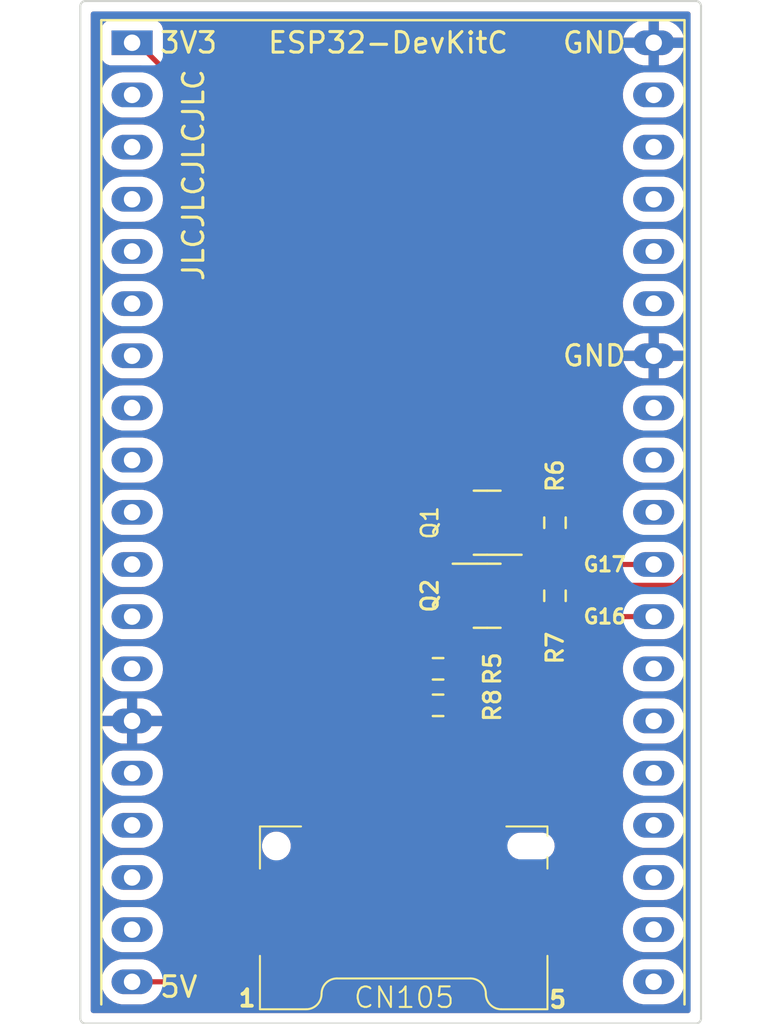
<source format=kicad_pcb>
(kicad_pcb (version 20221018) (generator pcbnew)

  (general
    (thickness 1.6)
  )

  (paper "A4")
  (layers
    (0 "F.Cu" signal)
    (31 "B.Cu" signal)
    (32 "B.Adhes" user "B.Adhesive")
    (33 "F.Adhes" user "F.Adhesive")
    (34 "B.Paste" user)
    (35 "F.Paste" user)
    (36 "B.SilkS" user "B.Silkscreen")
    (37 "F.SilkS" user "F.Silkscreen")
    (38 "B.Mask" user)
    (39 "F.Mask" user)
    (40 "Dwgs.User" user "User.Drawings")
    (41 "Cmts.User" user "User.Comments")
    (42 "Eco1.User" user "User.Eco1")
    (43 "Eco2.User" user "User.Eco2")
    (44 "Edge.Cuts" user)
    (45 "Margin" user)
    (46 "B.CrtYd" user "B.Courtyard")
    (47 "F.CrtYd" user "F.Courtyard")
    (48 "B.Fab" user)
    (49 "F.Fab" user)
    (50 "User.1" user)
    (51 "User.2" user)
    (52 "User.3" user)
    (53 "User.4" user)
    (54 "User.5" user)
    (55 "User.6" user)
    (56 "User.7" user)
    (57 "User.8" user)
    (58 "User.9" user)
  )

  (setup
    (stackup
      (layer "F.SilkS" (type "Top Silk Screen"))
      (layer "F.Paste" (type "Top Solder Paste"))
      (layer "F.Mask" (type "Top Solder Mask") (thickness 0.01))
      (layer "F.Cu" (type "copper") (thickness 0.035))
      (layer "dielectric 1" (type "core") (thickness 1.51) (material "FR4") (epsilon_r 4.5) (loss_tangent 0.02))
      (layer "B.Cu" (type "copper") (thickness 0.035))
      (layer "B.Mask" (type "Bottom Solder Mask") (thickness 0.01))
      (layer "B.Paste" (type "Bottom Solder Paste"))
      (layer "B.SilkS" (type "Bottom Silk Screen"))
      (copper_finish "None")
      (dielectric_constraints no)
    )
    (pad_to_mask_clearance 0)
    (aux_axis_origin 75.946 59.436)
    (grid_origin 75.946 59.436)
    (pcbplotparams
      (layerselection 0x00010f0_ffffffff)
      (plot_on_all_layers_selection 0x0000000_00000000)
      (disableapertmacros false)
      (usegerberextensions false)
      (usegerberattributes true)
      (usegerberadvancedattributes true)
      (creategerberjobfile true)
      (dashed_line_dash_ratio 12.000000)
      (dashed_line_gap_ratio 3.000000)
      (svgprecision 4)
      (plotframeref false)
      (viasonmask false)
      (mode 1)
      (useauxorigin false)
      (hpglpennumber 1)
      (hpglpenspeed 20)
      (hpglpendiameter 15.000000)
      (dxfpolygonmode true)
      (dxfimperialunits true)
      (dxfusepcbnewfont true)
      (psnegative false)
      (psa4output false)
      (plotreference true)
      (plotvalue true)
      (plotinvisibletext false)
      (sketchpadsonfab false)
      (subtractmaskfromsilk false)
      (outputformat 1)
      (mirror false)
      (drillshape 0)
      (scaleselection 1)
      (outputdirectory "gerber/")
    )
  )

  (net 0 "")
  (net 1 "GND")
  (net 2 "+5V")
  (net 3 "U1TX")
  (net 4 "U1RX")
  (net 5 "unconnected-(U1-CHIP_PU-Pad2)")
  (net 6 "unconnected-(U1-SENSOR_VP{slash}GPIO36{slash}ADC1_CH0-Pad3)")
  (net 7 "unconnected-(U1-SENSOR_VN{slash}GPIO39{slash}ADC1_CH3-Pad4)")
  (net 8 "unconnected-(U1-VDET_1{slash}GPIO34{slash}ADC1_CH6-Pad5)")
  (net 9 "unconnected-(U1-VDET_2{slash}GPIO35{slash}ADC1_CH7-Pad6)")
  (net 10 "unconnected-(U1-32K_XP{slash}GPIO32{slash}ADC1_CH4-Pad7)")
  (net 11 "unconnected-(U1-32K_XN{slash}GPIO33{slash}ADC1_CH5-Pad8)")
  (net 12 "unconnected-(U1-DAC_1{slash}ADC2_CH8{slash}GPIO25-Pad9)")
  (net 13 "unconnected-(U1-DAC_2{slash}ADC2_CH9{slash}GPIO26-Pad10)")
  (net 14 "unconnected-(U1-ADC2_CH7{slash}GPIO27-Pad11)")
  (net 15 "unconnected-(U1-MTMS{slash}GPIO14{slash}ADC2_CH6-Pad12)")
  (net 16 "unconnected-(U1-MTDI{slash}GPIO12{slash}ADC2_CH5-Pad13)")
  (net 17 "unconnected-(U1-MTCK{slash}GPIO13{slash}ADC2_CH4-Pad15)")
  (net 18 "unconnected-(U1-ADC2_CH2{slash}GPIO2-Pad24)")
  (net 19 "unconnected-(U1-ADC2_CH0{slash}GPIO4-Pad26)")
  (net 20 "unconnected-(U1-CMD-Pad18)")
  (net 21 "unconnected-(U1-SD_CLK{slash}GPIO6-Pad20)")
  (net 22 "unconnected-(U1-SD_DATA0{slash}GPIO7-Pad21)")
  (net 23 "unconnected-(U1-SD_DATA1{slash}GPIO8-Pad22)")
  (net 24 "unconnected-(U1-MTDO{slash}GPIO15{slash}ADC2_CH3-Pad23)")
  (net 25 "unconnected-(U1-GPIO0{slash}BOOT{slash}ADC2_CH1-Pad25)")
  (net 26 "unconnected-(U1-SD_DATA3{slash}GPIO10-Pad17)")
  (net 27 "unconnected-(U1-SD_DATA2{slash}GPIO9-Pad16)")
  (net 28 "unconnected-(U1-GPIO5-Pad29)")
  (net 29 "unconnected-(U1-GPIO18-Pad30)")
  (net 30 "unconnected-(U1-GPIO19-Pad31)")
  (net 31 "unconnected-(U1-GPIO21-Pad33)")
  (net 32 "unconnected-(U1-U0RXD{slash}GPIO3-Pad34)")
  (net 33 "unconnected-(U1-U0TXD{slash}GPIO1-Pad35)")
  (net 34 "unconnected-(U1-GPIO22-Pad36)")
  (net 35 "unconnected-(U1-GPIO23-Pad37)")
  (net 36 "+3V3")
  (net 37 "+12V")
  (net 38 "RX")
  (net 39 "TX")

  (footprint "Package_TO_SOT_SMD:SOT-23" (layer "F.Cu") (at 95.25 84.328 180))

  (footprint "Package_TO_SOT_SMD:SOT-23" (layer "F.Cu") (at 95.25 87.884))

  (footprint "Resistor_SMD:R_0603_1608Metric_Pad0.98x0.95mm_HandSolder" (layer "F.Cu") (at 98.552 87.884 -90))

  (footprint "Custom_Connector_JST_PA:JST_PA_SM05B-PASS_1x5_P2.00mm_Horizontal" (layer "F.Cu") (at 91.186 100.066 180))

  (footprint "Custom_PCM_Espressif:ESP32-DevKitC (no overhang)" (layer "F.Cu") (at 77.96 60.96))

  (footprint "Resistor_SMD:R_0603_1608Metric_Pad0.98x0.95mm_HandSolder" (layer "F.Cu") (at 98.552 84.328 90))

  (footprint "Fiducial:Fiducial_0.5mm_Mask1mm" (layer "F.Cu") (at 81.534 103.378))

  (footprint "Resistor_SMD:R_0603_1608Metric_Pad0.98x0.95mm_HandSolder" (layer "F.Cu") (at 92.8605 93.218))

  (footprint "Fiducial:Fiducial_0.5mm_Mask1mm" (layer "F.Cu") (at 98.552 63.754))

  (footprint "Resistor_SMD:R_0603_1608Metric_Pad0.98x0.95mm_HandSolder" (layer "F.Cu") (at 92.8605 91.44))

  (gr_arc (start 105.664 108.458) (mid 105.589605 108.637605) (end 105.41 108.712)
    (stroke (width 0.1) (type default)) (layer "Edge.Cuts") (tstamp 031e663b-2f60-45c6-807e-cf107d274383))
  (gr_arc (start 75.692 108.712) (mid 75.512395 108.637605) (end 75.438 108.458)
    (stroke (width 0.1) (type default)) (layer "Edge.Cuts") (tstamp 0b3b0272-c4b6-4693-889e-b07d10ccaaee))
  (gr_arc (start 75.438 59.182) (mid 75.512395 59.002395) (end 75.692 58.928)
    (stroke (width 0.1) (type default)) (layer "Edge.Cuts") (tstamp 0db7624c-8161-4e2f-a13d-2caa66efea0f))
  (gr_arc (start 105.41 58.928) (mid 105.589605 59.002395) (end 105.664 59.182)
    (stroke (width 0.1) (type default)) (layer "Edge.Cuts") (tstamp 5869a670-beff-49ac-b92a-e8c0bfd68158))
  (gr_line (start 75.438 59.182) (end 75.438 108.458)
    (stroke (width 0.1) (type default)) (layer "Edge.Cuts") (tstamp 5de59977-2ad4-4698-8f78-946e2c496158))
  (gr_line (start 105.41 58.928) (end 75.692 58.928)
    (stroke (width 0.1) (type default)) (layer "Edge.Cuts") (tstamp 88d15ab8-2975-4ae0-a1fb-46dfa9a01fe5))
  (gr_line (start 75.692 108.712) (end 105.41 108.712)
    (stroke (width 0.1) (type default)) (layer "Edge.Cuts") (tstamp c43990ab-4603-480d-8a0b-eb0cb3d87d5f))
  (gr_line (start 105.664 108.458) (end 105.664 59.182)
    (stroke (width 0.1) (type default)) (layer "Edge.Cuts") (tstamp da5b3c03-91dd-4ade-ab0b-c4ddf17ba0bf))
  (gr_text "1" (at 83.058 107.95) (layer "F.SilkS") (tstamp 5e564448-f8f7-4a85-bf39-943764be5523)
    (effects (font (size 0.8 0.8) (thickness 0.1875)) (justify left bottom))
  )
  (gr_text "JLCJLCJLCJLC" (at 81.534 72.644 90) (layer "F.SilkS") (tstamp 9ec7c8a1-94ce-4526-8dd8-2a6be6f8a89e)
    (effects (font (size 1 1) (thickness 0.15)) (justify left bottom))
  )
  (gr_text "5" (at 98.186 108.016) (layer "F.SilkS") (tstamp d6ac8330-0dca-44da-a61b-9d0548abfb2a)
    (effects (font (size 0.8 0.8) (thickness 0.1875)) (justify left bottom))
  )

  (segment (start 89.408 106.68) (end 77.96 106.68) (width 0.25) (layer "F.Cu") (net 2) (tstamp 17991c61-22fe-4156-baa0-8290395a118a))
  (segment (start 91.186 92.202) (end 91.948 91.44) (width 0.25) (layer "F.Cu") (net 2) (tstamp 2084a774-718c-45ea-8640-bf39291f8df7))
  (segment (start 91.186 93.98) (end 91.948 93.218) (width 0.25) (layer "F.Cu") (net 2) (tstamp 3cd0b07d-cdba-4d01-aede-9e907553b594))
  (segment (start 91.186 104.902) (end 89.408 106.68) (width 0.25) (layer "F.Cu") (net 2) (tstamp 4ed621bc-10b6-4fb8-821e-8be18207e8b6))
  (segment (start 91.186 98.666) (end 91.186 93.98) (width 0.25) (layer "F.Cu") (net 2) (tstamp 7706167a-f4d7-49d2-8c48-d63259033290))
  (segment (start 91.186 98.666) (end 91.186 92.202) (width 0.25) (layer "F.Cu") (net 2) (tstamp 8f0f94ed-6ece-46ac-8646-024284fc3037))
  (segment (start 91.186 98.666) (end 91.186 104.902) (width 0.25) (layer "F.Cu") (net 2) (tstamp fb7f4f7e-95f6-4ae3-a10c-807b18b16053))
  (segment (start 103.36 86.36) (end 101.4965 86.36) (width 0.25) (layer "F.Cu") (net 3) (tstamp 465ebf55-17d4-49f1-b037-a1dc572ad124))
  (segment (start 96.1875 83.378) (end 98.5145 83.378) (width 0.25) (layer "F.Cu") (net 3) (tstamp 6bd15275-0aa7-49bf-a627-4f2519f9ccb4))
  (segment (start 98.5145 83.378) (end 98.552 83.4155) (width 0.25) (layer "F.Cu") (net 3) (tstamp 8b3c1b94-052c-443f-8ef6-d6d39c0a57d3))
  (segment (start 101.4965 86.36) (end 98.552 83.4155) (width 0.25) (layer "F.Cu") (net 3) (tstamp 95bc3d3d-eda9-4750-906d-3ffb88e50683))
  (segment (start 94.3125 88.834) (end 98.5145 88.834) (width 0.25) (layer "F.Cu") (net 4) (tstamp 0ceb9c3a-8749-48a8-affa-6f2745dbaabc))
  (segment (start 103.36 88.9) (end 98.6555 88.9) (width 0.25) (layer "F.Cu") (net 4) (tstamp ab06c4da-0f63-4d78-a14c-aa6db83e5d28))
  (segment (start 98.6555 88.9) (end 98.552 88.7965) (width 0.25) (layer "F.Cu") (net 4) (tstamp b477f5f4-5517-474a-b91d-bf2861e42d31))
  (segment (start 98.5145 88.834) (end 98.552 88.7965) (width 0.25) (layer "F.Cu") (net 4) (tstamp fa7653a4-0ede-4096-b8e1-f6b2d477e88f))
  (segment (start 94.3125 86.934) (end 94.35 86.9715) (width 0.25) (layer "F.Cu") (net 36) (tstamp 02959d61-d96b-45b8-8144-ae920655122a))
  (segment (start 94.35 86.9715) (end 98.552 86.9715) (width 0.25) (layer "F.Cu") (net 36) (tstamp 0553d217-4498-4a35-b26d-d4203fba494f))
  (segment (start 100.6875 86.9715) (end 101.092 87.376) (width 0.25) (layer "F.Cu") (net 36) (tstamp 1c7ceddf-ba1d-4dbb-8831-377ce4b601cb))
  (segment (start 98.552 86.9715) (end 98.552 85.2405) (width 0.25) (layer "F.Cu") (net 36) (tstamp 22118ac6-5ba9-4af7-8877-adf88e17d4d2))
  (segment (start 104.394 87.376) (end 104.902 86.868) (width 0.25) (layer "F.Cu") (net 36) (tstamp 235da6cd-b2ed-434d-88d7-0ed6a1de2074))
  (segment (start 98.5145 85.278) (end 98.552 85.2405) (width 0.25) (layer "F.Cu") (net 36) (tstamp 32091c29-f152-46bc-95fd-a3a881a378a8))
  (segment (start 78.223 60.96) (end 77.96 60.96) (width 0.25) (layer "F.Cu") (net 36) (tstamp 330c3ed0-e4b1-408c-8bbb-0ffc5d9a9e35))
  (segment (start 98.552 86.9715) (end 100.6875 86.9715) (width 0.25) (layer "F.Cu") (net 36) (tstamp 874addfc-3bcc-4c05-9e00-1f46202f3ac7))
  (segment (start 104.902 86.868) (end 104.902 85.63875) (width 0.25) (layer "F.Cu") (net 36) (tstamp 89345d73-aa11-4f72-b20a-79052f446f64))
  (segment (start 101.092 87.376) (end 104.394 87.376) (width 0.25) (layer "F.Cu") (net 36) (tstamp 89de8e2a-b7d7-434b-b763-c73ba2a34c83))
  (segment (start 96.1875 85.278) (end 98.5145 85.278) (width 0.25) (layer "F.Cu") (net 36) (tstamp 9807a50c-7fa7-4292-9c92-79c825804666))
  (segment (start 104.35325 85.09) (end 102.353 85.09) (width 0.25) (layer "F.Cu") (net 36) (tstamp 9e18fc9b-6733-45d2-8410-86896dc0af0b))
  (segment (start 104.902 85.63875) (end 104.35325 85.09) (width 0.25) (layer "F.Cu") (net 36) (tstamp d1173164-f36c-4254-bb2d-e7411ccdc9b9))
  (segment (start 102.353 85.09) (end 78.223 60.96) (width 0.25) (layer "F.Cu") (net 36) (tstamp dd673924-1f6d-4ddd-817e-1a4f44eb8142))
  (segment (start 92.456 100.584) (end 92.202 100.33) (width 0.25) (layer "F.Cu") (net 38) (tstamp 5073cb89-7cdf-4899-9507-457f8fc4cc28))
  (segment (start 92.9605 92.2525) (end 93.773 91.44) (width 0.25) (layer "F.Cu") (net 38) (tstamp 5b6e04d2-17d1-4ba5-87a5-a3b9c028006f))
  (segment (start 95.186 98.666) (end 95.186 99.645) (width 0.25) (layer "F.Cu") (net 38) (tstamp 88afff05-d6e3-4bb6-8da2-416c695ed855))
  (segment (start 92.202 94.253576) (end 92.9605 93.495076) (width 0.25) (layer "F.Cu") (net 38) (tstamp 90818fd0-c729-472d-bc99-c9466de83867))
  (segment (start 92.202 100.33) (end 92.202 94.253576) (width 0.25) (layer "F.Cu") (net 38) (tstamp 990546ef-2c6f-4ea9-9341-8c63d7630d0d))
  (segment (start 94.247 100.584) (end 92.456 100.584) (width 0.25) (layer "F.Cu") (net 38) (tstamp b2a79c96-d482-419b-aa12-55b1fbaa9328))
  (segment (start 93.773 91.44) (end 92.8 90.467) (width 0.25) (layer "F.Cu") (net 38) (tstamp bea2dcb7-7ac5-4ed0-9d57-bac9cc78154b))
  (segment (start 95.186 99.645) (end 94.247 100.584) (width 0.25) (layer "F.Cu") (net 38) (tstamp cebfb60a-e638-49cf-ad8d-ed192dc3a02d))
  (segment (start 92.9605 93.495076) (end 92.9605 92.2525) (width 0.25) (layer "F.Cu") (net 38) (tstamp d33ef2d7-f51d-4297-97f2-447c8c1fbb77))
  (segment (start 92.8 90.467) (end 92.8 85.254) (width 0.25) (layer "F.Cu") (net 38) (tstamp e650b493-9621-4135-a335-f7fc39cf6535))
  (segment (start 93.726 84.328) (end 94.3125 84.328) (width 0.25) (layer "F.Cu") (net 38) (tstamp e82a6f26-19ac-4f64-942a-2353f5ac07c9))
  (segment (start 92.8 85.254) (end 93.726 84.328) (width 0.25) (layer "F.Cu") (net 38) (tstamp fabfb9df-9e14-4b0e-88cc-0aa2db34f437))
  (segment (start 94.5855 90.5215) (end 93.25 89.186) (width 0.25) (layer "F.Cu") (net 39) (tstamp 2e554f9b-fcf7-427b-b0f3-eb8c82c13665))
  (segment (start 93.186 93.905972) (end 93.773 93.318972) (width 0.25) (layer "F.Cu") (net 39) (tstamp 3fc9177f-8ba3-414f-83a3-3857c56d6900))
  (segment (start 93.773 93.318972) (end 93.773 93.218) (width 0.25) (layer "F.Cu") (net 39) (tstamp 53015948-822b-4313-aab6-5c4a5ac6e9be))
  (segment (start 94.5855 92.4055) (end 94.5855 90.5215) (width 0.25) (layer "F.Cu") (net 39) (tstamp 70951ef1-8df3-47d5-8b93-b2c68d2b5a3d))
  (segment (start 93.25 88.36) (end 93.726 87.884) (width 0.25) (layer "F.Cu") (net 39) (tstamp b5fca2d7-3f6d-49dc-b35e-108eb0203b97))
  (segment (start 93.726 87.884) (end 96.1875 87.884) (width 0.25) (layer "F.Cu") (net 39) (tstamp c312c84f-12dc-41f4-9be0-36dbe9dace74))
  (segment (start 93.773 93.218) (end 94.5855 92.4055) (width 0.25) (layer "F.Cu") (net 39) (tstamp c6bcf799-c0ac-41ec-b6f2-c2dd92c4d7db))
  (segment (start 93.186 98.666) (end 93.186 93.905972) (width 0.25) (layer "F.Cu") (net 39) (tstamp ecb9bb43-1ad4-4ee6-b59c-f028c1de453b))
  (segment (start 93.25 89.186) (end 93.25 88.36) (width 0.25) (layer "F.Cu") (net 39) (tstamp fd1a00f9-e32c-4e1b-ad9b-4199e33f2fe0))

  (zone (net 1) (net_name "GND") (layer "F.Cu") (tstamp 99ba3fce-30c2-450d-b0ef-471d2f1ebf31) (hatch edge 0.5)
    (connect_pads (clearance 0.5))
    (min_thickness 0.25) (filled_areas_thickness no)
    (fill yes (thermal_gap 0.5) (thermal_bridge_width 0.5))
    (polygon
      (pts
        (xy 75.946 59.436)
        (xy 105.156 59.436)
        (xy 105.156 108.204)
        (xy 75.946 108.204)
      )
    )
    (filled_polygon
      (layer "F.Cu")
      (pts
        (xy 105.099039 59.455685)
        (xy 105.144794 59.508489)
        (xy 105.156 59.56)
        (xy 105.156 85.003547)
        (xy 105.136315 85.070586)
        (xy 105.083511 85.116341)
        (xy 105.014353 85.126285)
        (xy 104.950797 85.09726)
        (xy 104.944319 85.091228)
        (xy 104.813303 84.960212)
        (xy 104.80348 84.94795)
        (xy 104.803259 84.948134)
        (xy 104.798286 84.942122)
        (xy 104.749276 84.896099)
        (xy 104.746477 84.893386)
        (xy 104.726977 84.873885)
        (xy 104.726971 84.87388)
        (xy 104.723786 84.871409)
        (xy 104.714934 84.863848)
        (xy 104.683082 84.833938)
        (xy 104.68308 84.833936)
        (xy 104.683077 84.833935)
        (xy 104.665529 84.824288)
        (xy 104.649263 84.813604)
        (xy 104.633436 84.801327)
        (xy 104.594049 84.784282)
        (xy 104.540342 84.73959)
        (xy 104.519323 84.672957)
        (xy 104.537665 84.605538)
        (xy 104.549577 84.589288)
        (xy 104.660519 84.461256)
        (xy 104.765604 84.279244)
        (xy 104.834344 84.080633)
        (xy 104.864254 83.872602)
        (xy 104.854254 83.66267)
        (xy 104.804704 83.458424)
        (xy 104.804701 83.458417)
        (xy 104.717401 83.267256)
        (xy 104.717398 83.267251)
        (xy 104.717397 83.26725)
        (xy 104.717396 83.267247)
        (xy 104.595486 83.096048)
        (xy 104.595484 83.096046)
        (xy 104.595479 83.09604)
        (xy 104.443379 82.951014)
        (xy 104.266574 82.837388)
        (xy 104.23847 82.826137)
        (xy 104.071457 82.759275)
        (xy 104.071455 82.759274)
        (xy 103.865086 82.7195)
        (xy 103.865085 82.7195)
        (xy 102.907575 82.7195)
        (xy 102.768135 82.732815)
        (xy 102.750782 82.734472)
        (xy 102.750778 82.734473)
        (xy 102.549127 82.793683)
        (xy 102.362313 82.889991)
        (xy 102.197116 83.019905)
        (xy 102.197112 83.019909)
        (xy 102.059478 83.178746)
        (xy 101.954398 83.36075)
        (xy 101.904499 83.504923)
        (xy 101.86397 83.561837)
        (xy 101.799105 83.587805)
        (xy 101.730498 83.574581)
        (xy 101.699638 83.552047)
        (xy 99.374992 81.227401)
        (xy 101.855746 81.227401)
        (xy 101.865745 81.437327)
        (xy 101.915296 81.641578)
        (xy 101.915298 81.641582)
        (xy 102.002598 81.832743)
        (xy 102.002601 81.832748)
        (xy 102.002602 81.83275)
        (xy 102.002604 81.832753)
        (xy 102.065627 81.921256)
        (xy 102.124515 82.003953)
        (xy 102.12452 82.003959)
        (xy 102.27662 82.148985)
        (xy 102.417797 82.239714)
        (xy 102.453428 82.262613)
        (xy 102.648543 82.340725)
        (xy 102.751729 82.360612)
        (xy 102.854914 82.3805)
        (xy 102.854915 82.3805)
        (xy 103.812419 82.3805)
        (xy 103.812425 82.3805)
        (xy 103.969218 82.365528)
        (xy 104.170875 82.306316)
        (xy 104.357682 82.210011)
        (xy 104.522886 82.080092)
        (xy 104.660519 81.921256)
        (xy 104.765604 81.739244)
        (xy 104.834344 81.540633)
        (xy 104.864254 81.332602)
        (xy 104.854254 81.12267)
        (xy 104.804704 80.918424)
        (xy 104.804701 80.918417)
        (xy 104.717401 80.727256)
        (xy 104.717398 80.727251)
        (xy 104.717397 80.72725)
        (xy 104.717396 80.727247)
        (xy 104.595486 80.556048)
        (xy 104.595484 80.556046)
        (xy 104.595479 80.55604)
        (xy 104.443379 80.411014)
        (xy 104.266574 80.297388)
        (xy 104.071455 80.219274)
        (xy 103.865086 80.1795)
        (xy 103.865085 80.1795)
        (xy 102.907575 80.1795)
        (xy 102.750782 80.194472)
        (xy 102.750778 80.194473)
        (xy 102.549127 80.253683)
        (xy 102.362313 80.349991)
        (xy 102.197116 80.479905)
        (xy 102.197112 80.479909)
        (xy 102.059478 80.638746)
        (xy 101.954398 80.82075)
        (xy 101.885656 81.019365)
        (xy 101.885656 81.019367)
        (xy 101.870804 81.12267)
        (xy 101.855746 81.227401)
        (xy 99.374992 81.227401)
        (xy 96.834992 78.687401)
        (xy 101.855746 78.687401)
        (xy 101.865745 78.897327)
        (xy 101.915296 79.101578)
        (xy 101.915298 79.101582)
        (xy 102.002598 79.292743)
        (xy 102.002601 79.292748)
        (xy 102.002602 79.29275)
        (xy 102.002604 79.292753)
        (xy 102.065627 79.381256)
        (xy 102.124515 79.463953)
        (xy 102.12452 79.463959)
        (xy 102.27662 79.608985)
        (xy 102.371578 79.670011)
        (xy 102.453428 79.722613)
        (xy 102.648543 79.800725)
        (xy 102.751729 79.820612)
        (xy 102.854914 79.8405)
        (xy 102.854915 79.8405)
        (xy 103.812419 79.8405)
        (xy 103.812425 79.8405)
        (xy 103.969218 79.825528)
        (xy 104.170875 79.766316)
        (xy 104.357682 79.670011)
        (xy 104.522886 79.540092)
        (xy 104.660519 79.381256)
        (xy 104.765604 79.199244)
        (xy 104.834344 79.000633)
        (xy 104.864254 78.792602)
        (xy 104.854254 78.58267)
        (xy 104.804704 78.378424)
        (xy 104.804701 78.378417)
        (xy 104.717401 78.187256)
        (xy 104.717398 78.187251)
        (xy 104.717397 78.18725)
        (xy 104.717396 78.187247)
        (xy 104.595486 78.016048)
        (xy 104.595484 78.016046)
        (xy 104.595479 78.01604)
        (xy 104.443379 77.871014)
        (xy 104.266574 77.757388)
        (xy 104.071455 77.679274)
        (xy 103.865086 77.6395)
        (xy 103.865085 77.6395)
        (xy 102.907575 77.6395)
        (xy 102.750782 77.654472)
        (xy 102.750778 77.654473)
        (xy 102.549127 77.713683)
        (xy 102.362313 77.809991)
        (xy 102.197116 77.939905)
        (xy 102.197112 77.939909)
        (xy 102.059478 78.098746)
        (xy 101.954398 78.28075)
        (xy 101.885656 78.479365)
        (xy 101.885656 78.479367)
        (xy 101.870804 78.58267)
        (xy 101.855746 78.687401)
        (xy 96.834992 78.687401)
        (xy 94.097591 75.95)
        (xy 101.884632 75.95)
        (xy 103.044314 75.95)
        (xy 103.032359 75.961955)
        (xy 102.974835 76.074852)
        (xy 102.955014 76.2)
        (xy 102.974835 76.325148)
        (xy 103.032359 76.438045)
        (xy 103.044314 76.45)
        (xy 101.888742 76.45)
        (xy 101.91577 76.561409)
        (xy 102.00304 76.752507)
        (xy 102.124889 76.923619)
        (xy 102.124895 76.923625)
        (xy 102.276932 77.068592)
        (xy 102.453657 77.182166)
        (xy 102.648685 77.260244)
        (xy 102.854962 77.3)
        (xy 103.11 77.3)
        (xy 103.11 76.515686)
        (xy 103.121955 76.527641)
        (xy 103.234852 76.585165)
        (xy 103.328519 76.6)
        (xy 103.391481 76.6)
        (xy 103.485148 76.585165)
        (xy 103.598045 76.527641)
        (xy 103.61 76.515686)
        (xy 103.61 77.3)
        (xy 103.812398 77.3)
        (xy 103.969122 77.285034)
        (xy 103.969126 77.285033)
        (xy 104.170686 77.22585)
        (xy 104.357414 77.129586)
        (xy 104.522537 76.999731)
        (xy 104.52254 76.999728)
        (xy 104.660105 76.840969)
        (xy 104.660114 76.840958)
        (xy 104.765144 76.659039)
        (xy 104.765147 76.659032)
        (xy 104.833855 76.460517)
        (xy 104.833855 76.460515)
        (xy 104.835368 76.45)
        (xy 103.675686 76.45)
        (xy 103.687641 76.438045)
        (xy 103.745165 76.325148)
        (xy 103.764986 76.2)
        (xy 103.745165 76.074852)
        (xy 103.687641 75.961955)
        (xy 103.675686 75.95)
        (xy 104.831257 75.95)
        (xy 104.804229 75.83859)
        (xy 104.716959 75.647492)
        (xy 104.59511 75.47638)
        (xy 104.595104 75.476374)
        (xy 104.443067 75.331407)
        (xy 104.266342 75.217833)
        (xy 104.071314 75.139755)
        (xy 103.865038 75.1)
        (xy 103.61 75.1)
        (xy 103.61 75.884314)
        (xy 103.598045 75.872359)
        (xy 103.485148 75.814835)
        (xy 103.391481 75.8)
        (xy 103.328519 75.8)
        (xy 103.234852 75.814835)
        (xy 103.121955 75.872359)
        (xy 103.11 75.884314)
        (xy 103.11 75.1)
        (xy 102.907602 75.1)
        (xy 102.750877 75.114965)
        (xy 102.750873 75.114966)
        (xy 102.549313 75.174149)
        (xy 102.362585 75.270413)
        (xy 102.197462 75.400268)
        (xy 102.197459 75.400271)
        (xy 102.059894 75.55903)
        (xy 102.059885 75.559041)
        (xy 101.954855 75.74096)
        (xy 101.954852 75.740967)
        (xy 101.886144 75.939482)
        (xy 101.886144 75.939484)
        (xy 101.884632 75.95)
        (xy 94.097591 75.95)
        (xy 91.754992 73.607401)
        (xy 101.855746 73.607401)
        (xy 101.865745 73.817327)
        (xy 101.915296 74.021578)
        (xy 101.915298 74.021582)
        (xy 102.002598 74.212743)
        (xy 102.002601 74.212748)
        (xy 102.002602 74.21275)
        (xy 102.002604 74.212753)
        (xy 102.065627 74.301256)
        (xy 102.124515 74.383953)
        (xy 102.12452 74.383959)
        (xy 102.27662 74.528985)
        (xy 102.371578 74.590011)
        (xy 102.453428 74.642613)
        (xy 102.648543 74.720725)
        (xy 102.751729 74.740612)
        (xy 102.854914 74.7605)
        (xy 102.854915 74.7605)
        (xy 103.812419 74.7605)
        (xy 103.812425 74.7605)
        (xy 103.969218 74.745528)
        (xy 104.170875 74.686316)
        (xy 104.357682 74.590011)
        (xy 104.522886 74.460092)
        (xy 104.660519 74.301256)
        (xy 104.765604 74.119244)
        (xy 104.834344 73.920633)
        (xy 104.864254 73.712602)
        (xy 104.854254 73.50267)
        (xy 104.804704 73.298424)
        (xy 104.804701 73.298417)
        (xy 104.717401 73.107256)
        (xy 104.717398 73.107251)
        (xy 104.717397 73.10725)
        (xy 104.717396 73.107247)
        (xy 104.595486 72.936048)
        (xy 104.595484 72.936046)
        (xy 104.595479 72.93604)
        (xy 104.443379 72.791014)
        (xy 104.266574 72.677388)
        (xy 104.071455 72.599274)
        (xy 103.865086 72.5595)
        (xy 103.865085 72.5595)
        (xy 102.907575 72.5595)
        (xy 102.750782 72.574472)
        (xy 102.750778 72.574473)
        (xy 102.549127 72.633683)
        (xy 102.362313 72.729991)
        (xy 102.197116 72.859905)
        (xy 102.197112 72.859909)
        (xy 102.059478 73.018746)
        (xy 101.954398 73.20075)
        (xy 101.885656 73.399365)
        (xy 101.885656 73.399367)
        (xy 101.870804 73.50267)
        (xy 101.855746 73.607401)
        (xy 91.754992 73.607401)
        (xy 89.214992 71.067401)
        (xy 101.855746 71.067401)
        (xy 101.865745 71.277327)
        (xy 101.915296 71.481578)
        (xy 101.915298 71.481582)
        (xy 102.002598 71.672743)
        (xy 102.002601 71.672748)
        (xy 102.002602 71.67275)
        (xy 102.002604 71.672753)
        (xy 102.065627 71.761256)
        (xy 102.124515 71.843953)
        (xy 102.12452 71.843959)
        (xy 102.27662 71.988985)
        (xy 102.371578 72.050011)
        (xy 102.453428 72.102613)
        (xy 102.648543 72.180725)
        (xy 102.751729 72.200612)
        (xy 102.854914 72.2205)
        (xy 102.854915 72.2205)
        (xy 103.812419 72.2205)
        (xy 103.812425 72.2205)
        (xy 103.969218 72.205528)
        (xy 104.170875 72.146316)
        (xy 104.357682 72.050011)
        (xy 104.522886 71.920092)
        (xy 104.660519 71.761256)
        (xy 104.765604 71.579244)
        (xy 104.834344 71.380633)
        (xy 104.864254 71.172602)
        (xy 104.854254 70.96267)
        (xy 104.804704 70.758424)
        (xy 104.804701 70.758417)
        (xy 104.717401 70.567256)
        (xy 104.717398 70.567251)
        (xy 104.717397 70.56725)
        (xy 104.717396 70.567247)
        (xy 104.595486 70.396048)
        (xy 104.595484 70.396046)
        (xy 104.595479 70.39604)
        (xy 104.443379 70.251014)
        (xy 104.266574 70.137388)
        (xy 104.071455 70.059274)
        (xy 103.865086 70.0195)
        (xy 103.865085 70.0195)
        (xy 102.907575 70.0195)
        (xy 102.750782 70.034472)
        (xy 102.750778 70.034473)
        (xy 102.549127 70.093683)
        (xy 102.362313 70.189991)
        (xy 102.197116 70.319905)
        (xy 102.197112 70.319909)
        (xy 102.059478 70.478746)
        (xy 101.954398 70.66075)
        (xy 101.885656 70.859365)
        (xy 101.885656 70.859367)
        (xy 101.870804 70.96267)
        (xy 101.855746 71.067401)
        (xy 89.214992 71.067401)
        (xy 86.674992 68.527401)
        (xy 101.855746 68.527401)
        (xy 101.865745 68.737327)
        (xy 101.915296 68.941578)
        (xy 101.915298 68.941582)
        (xy 102.002598 69.132743)
        (xy 102.002601 69.132748)
        (xy 102.002602 69.13275)
        (xy 102.002604 69.132753)
        (xy 102.065627 69.221256)
        (xy 102.124515 69.303953)
        (xy 102.12452 69.303959)
        (xy 102.27662 69.448985)
        (xy 102.371578 69.510011)
        (xy 102.453428 69.562613)
        (xy 102.648543 69.640725)
        (xy 102.751729 69.660612)
        (xy 102.854914 69.6805)
        (xy 102.854915 69.6805)
        (xy 103.812419 69.6805)
        (xy 103.812425 69.6805)
        (xy 103.969218 69.665528)
        (xy 104.170875 69.606316)
        (xy 104.357682 69.510011)
        (xy 104.522886 69.380092)
        (xy 104.660519 69.221256)
        (xy 104.765604 69.039244)
        (xy 104.834344 68.840633)
        (xy 104.864254 68.632602)
        (xy 104.854254 68.42267)
        (xy 104.804704 68.218424)
        (xy 104.804701 68.218417)
        (xy 104.717401 68.027256)
        (xy 104.717398 68.027251)
        (xy 104.717397 68.02725)
        (xy 104.717396 68.027247)
        (xy 104.595486 67.856048)
        (xy 104.595484 67.856046)
        (xy 104.595479 67.85604)
        (xy 104.443379 67.711014)
        (xy 104.266574 67.597388)
        (xy 104.071455 67.519274)
        (xy 103.865086 67.4795)
        (xy 103.865085 67.4795)
        (xy 102.907575 67.4795)
        (xy 102.750782 67.494472)
        (xy 102.750778 67.494473)
        (xy 102.549127 67.553683)
        (xy 102.362313 67.649991)
        (xy 102.197116 67.779905)
        (xy 102.197112 67.779909)
        (xy 102.059478 67.938746)
        (xy 101.954398 68.12075)
        (xy 101.885656 68.319365)
        (xy 101.885656 68.319367)
        (xy 101.870804 68.42267)
        (xy 101.855746 68.527401)
        (xy 86.674992 68.527401)
        (xy 84.134992 65.987401)
        (xy 101.855746 65.987401)
        (xy 101.865745 66.197327)
        (xy 101.915296 66.401578)
        (xy 101.915298 66.401582)
        (xy 102.002598 66.592743)
        (xy 102.002601 66.592748)
        (xy 102.002602 66.59275)
        (xy 102.002604 66.592753)
        (xy 102.065627 66.681256)
        (xy 102.124515 66.763953)
        (xy 102.12452 66.763959)
        (xy 102.27662 66.908985)
        (xy 102.371578 66.970011)
        (xy 102.453428 67.022613)
        (xy 102.648543 67.100725)
        (xy 102.751729 67.120612)
        (xy 102.854914 67.1405)
        (xy 102.854915 67.1405)
        (xy 103.812419 67.1405)
        (xy 103.812425 67.1405)
        (xy 103.969218 67.125528)
        (xy 104.170875 67.066316)
        (xy 104.357682 66.970011)
        (xy 104.522886 66.840092)
        (xy 104.660519 66.681256)
        (xy 104.765604 66.499244)
        (xy 104.834344 66.300633)
        (xy 104.864254 66.092602)
        (xy 104.854254 65.88267)
        (xy 104.804704 65.678424)
        (xy 104.804701 65.678417)
        (xy 104.717401 65.487256)
        (xy 104.717398 65.487251)
        (xy 104.717397 65.48725)
        (xy 104.717396 65.487247)
        (xy 104.595486 65.316048)
        (xy 104.595484 65.316046)
        (xy 104.595479 65.31604)
        (xy 104.443379 65.171014)
        (xy 104.266574 65.057388)
        (xy 104.071455 64.979274)
        (xy 103.865086 64.9395)
        (xy 103.865085 64.9395)
        (xy 102.907575 64.9395)
        (xy 102.750782 64.954472)
        (xy 102.750778 64.954473)
        (xy 102.549127 65.013683)
        (xy 102.362313 65.109991)
        (xy 102.197116 65.239905)
        (xy 102.197112 65.239909)
        (xy 102.059478 65.398746)
        (xy 101.954398 65.58075)
        (xy 101.885656 65.779365)
        (xy 101.885656 65.779367)
        (xy 101.870804 65.88267)
        (xy 101.855746 65.987401)
        (xy 84.134992 65.987401)
        (xy 81.901591 63.754)
        (xy 98.046353 63.754)
        (xy 98.066834 63.896456)
        (xy 98.095509 63.959244)
        (xy 98.126623 64.027373)
        (xy 98.220872 64.136143)
        (xy 98.341947 64.213953)
        (xy 98.34195 64.213954)
        (xy 98.341949 64.213954)
        (xy 98.480036 64.254499)
        (xy 98.480038 64.2545)
        (xy 98.480039 64.2545)
        (xy 98.623962 64.2545)
        (xy 98.623962 64.254499)
        (xy 98.762053 64.213953)
        (xy 98.883128 64.136143)
        (xy 98.977377 64.027373)
        (xy 99.037165 63.896457)
        (xy 99.057647 63.754)
        (xy 99.037165 63.611543)
        (xy 98.977377 63.480627)
        (xy 98.948587 63.447401)
        (xy 101.855746 63.447401)
        (xy 101.865745 63.657327)
        (xy 101.915296 63.861578)
        (xy 101.915298 63.861582)
        (xy 102.002598 64.052743)
        (xy 102.002601 64.052748)
        (xy 102.002602 64.05275)
        (xy 102.002604 64.052753)
        (xy 102.124514 64.223952)
        (xy 102.124515 64.223953)
        (xy 102.12452 64.223959)
        (xy 102.27662 64.368985)
        (xy 102.371578 64.430011)
        (xy 102.453428 64.482613)
        (xy 102.648543 64.560725)
        (xy 102.751729 64.580612)
        (xy 102.854914 64.6005)
        (xy 102.854915 64.6005)
        (xy 103.812419 64.6005)
        (xy 103.812425 64.6005)
        (xy 103.969218 64.585528)
        (xy 104.170875 64.526316)
        (xy 104.357682 64.430011)
        (xy 104.522886 64.300092)
        (xy 104.660519 64.141256)
        (xy 104.765604 63.959244)
        (xy 104.834344 63.760633)
        (xy 104.864254 63.552602)
        (xy 104.854254 63.34267)
        (xy 104.804704 63.138424)
        (xy 104.804701 63.138417)
        (xy 104.717401 62.947256)
        (xy 104.717398 62.947251)
        (xy 104.717397 62.94725)
        (xy 104.717396 62.947247)
        (xy 104.595486 62.776048)
        (xy 104.595484 62.776046)
        (xy 104.595479 62.77604)
        (xy 104.443379 62.631014)
        (xy 104.266574 62.517388)
        (xy 104.071455 62.439274)
        (xy 103.865086 62.3995)
        (xy 103.865085 62.3995)
        (xy 102.907575 62.3995)
        (xy 102.750782 62.414472)
        (xy 102.750778 62.414473)
        (xy 102.549127 62.473683)
        (xy 102.362313 62.569991)
        (xy 102.197116 62.699905)
        (xy 102.197112 62.699909)
        (xy 102.059478 62.858746)
        (xy 101.954398 63.04075)
        (xy 101.885656 63.239365)
        (xy 101.885656 63.239367)
        (xy 101.866608 63.371856)
        (xy 101.855746 63.447401)
        (xy 98.948587 63.447401)
        (xy 98.883128 63.371857)
        (xy 98.762053 63.294047)
        (xy 98.762051 63.294046)
        (xy 98.762049 63.294045)
        (xy 98.76205 63.294045)
        (xy 98.623963 63.2535)
        (xy 98.623961 63.2535)
        (xy 98.480039 63.2535)
        (xy 98.480036 63.2535)
        (xy 98.341949 63.294045)
        (xy 98.220873 63.371856)
        (xy 98.126623 63.480626)
        (xy 98.126622 63.480628)
        (xy 98.066834 63.611543)
        (xy 98.046353 63.754)
        (xy 81.901591 63.754)
        (xy 79.496818 61.349227)
        (xy 79.463333 61.287904)
        (xy 79.460499 61.261546)
        (xy 79.460499 60.71)
        (xy 101.884632 60.71)
        (xy 103.044314 60.71)
        (xy 103.032359 60.721955)
        (xy 102.974835 60.834852)
        (xy 102.955014 60.96)
        (xy 102.974835 61.085148)
        (xy 103.032359 61.198045)
        (xy 103.044314 61.21)
        (xy 101.888742 61.21)
        (xy 101.91577 61.321409)
        (xy 102.00304 61.512507)
        (xy 102.124889 61.683619)
        (xy 102.124895 61.683625)
        (xy 102.276932 61.828592)
        (xy 102.453657 61.942166)
        (xy 102.648685 62.020244)
        (xy 102.854962 62.06)
        (xy 103.11 62.06)
        (xy 103.11 61.275686)
        (xy 103.121955 61.287641)
        (xy 103.234852 61.345165)
        (xy 103.328519 61.36)
        (xy 103.391481 61.36)
        (xy 103.485148 61.345165)
        (xy 103.598045 61.287641)
        (xy 103.61 61.275686)
        (xy 103.61 62.06)
        (xy 103.812398 62.06)
        (xy 103.969122 62.045034)
        (xy 103.969126 62.045033)
        (xy 104.170686 61.98585)
        (xy 104.357414 61.889586)
        (xy 104.522537 61.759731)
        (xy 104.52254 61.759728)
        (xy 104.660105 61.600969)
        (xy 104.660114 61.600958)
        (xy 104.765144 61.419039)
        (xy 104.765147 61.419032)
        (xy 104.833855 61.220517)
        (xy 104.833855 61.220515)
        (xy 104.835368 61.21)
        (xy 103.675686 61.21)
        (xy 103.687641 61.198045)
        (xy 103.745165 61.085148)
        (xy 103.764986 60.96)
        (xy 103.745165 60.834852)
        (xy 103.687641 60.721955)
        (xy 103.675686 60.71)
        (xy 104.831257 60.71)
        (xy 104.804229 60.59859)
        (xy 104.716959 60.407492)
        (xy 104.59511 60.23638)
        (xy 104.595104 60.236374)
        (xy 104.443067 60.091407)
        (xy 104.266342 59.977833)
        (xy 104.071314 59.899755)
        (xy 103.865038 59.86)
        (xy 103.61 59.86)
        (xy 103.61 60.644314)
        (xy 103.598045 60.632359)
        (xy 103.485148 60.574835)
        (xy 103.391481 60.56)
        (xy 103.328519 60.56)
        (xy 103.234852 60.574835)
        (xy 103.121955 60.632359)
        (xy 103.11 60.644314)
        (xy 103.11 59.86)
        (xy 102.907602 59.86)
        (xy 102.750877 59.874965)
        (xy 102.750873 59.874966)
        (xy 102.549313 59.934149)
        (xy 102.362585 60.030413)
        (xy 102.197462 60.160268)
        (xy 102.197459 60.160271)
        (xy 102.059894 60.31903)
        (xy 102.059885 60.319041)
        (xy 101.954855 60.50096)
        (xy 101.954852 60.500967)
        (xy 101.886144 60.699482)
        (xy 101.886144 60.699484)
        (xy 101.884632 60.71)
        (xy 79.460499 60.71)
        (xy 79.460499 60.312129)
        (xy 79.460498 60.312123)
        (xy 79.460497 60.312116)
        (xy 79.454091 60.252517)
        (xy 79.448072 60.23638)
        (xy 79.403797 60.117671)
        (xy 79.403793 60.117664)
        (xy 79.317547 60.002455)
        (xy 79.317544 60.002452)
        (xy 79.202335 59.916206)
        (xy 79.202328 59.916202)
        (xy 79.067482 59.865908)
        (xy 79.067483 59.865908)
        (xy 79.007883 59.859501)
        (xy 79.007881 59.8595)
        (xy 79.007873 59.8595)
        (xy 79.007864 59.8595)
        (xy 76.912129 59.8595)
        (xy 76.912123 59.859501)
        (xy 76.852516 59.865908)
        (xy 76.717671 59.916202)
        (xy 76.717664 59.916206)
        (xy 76.602455 60.002452)
        (xy 76.602452 60.002455)
        (xy 76.516206 60.117664)
        (xy 76.516202 60.117671)
        (xy 76.465908 60.252517)
        (xy 76.459501 60.312116)
        (xy 76.459501 60.312123)
        (xy 76.4595 60.312135)
        (xy 76.4595 61.60787)
        (xy 76.459501 61.607876)
        (xy 76.465908 61.667483)
        (xy 76.516202 61.802328)
        (xy 76.516206 61.802335)
        (xy 76.602452 61.917544)
        (xy 76.602455 61.917547)
        (xy 76.717664 62.003793)
        (xy 76.717671 62.003797)
        (xy 76.852517 62.054091)
        (xy 76.852516 62.054091)
        (xy 76.859444 62.054835)
        (xy 76.912127 62.0605)
        (xy 78.387547 62.060499)
        (xy 78.454586 62.080184)
        (xy 78.475228 62.096818)
        (xy 78.567026 62.188616)
        (xy 78.600511 62.249939)
        (xy 78.595527 62.319631)
        (xy 78.553655 62.375564)
        (xy 78.488191 62.399981)
        (xy 78.467567 62.399736)
        (xy 78.465094 62.3995)
        (xy 78.465085 62.3995)
        (xy 77.507575 62.3995)
        (xy 77.350782 62.414472)
        (xy 77.350778 62.414473)
        (xy 77.149127 62.473683)
        (xy 76.962313 62.569991)
        (xy 76.797116 62.699905)
        (xy 76.797112 62.699909)
        (xy 76.659478 62.858746)
        (xy 76.554398 63.04075)
        (xy 76.485656 63.239365)
        (xy 76.485656 63.239367)
        (xy 76.466608 63.371856)
        (xy 76.455746 63.447401)
        (xy 76.465745 63.657327)
        (xy 76.515296 63.861578)
        (xy 76.515298 63.861582)
        (xy 76.602598 64.052743)
        (xy 76.602601 64.052748)
        (xy 76.602602 64.05275)
        (xy 76.602604 64.052753)
        (xy 76.724514 64.223952)
        (xy 76.724515 64.223953)
        (xy 76.72452 64.223959)
        (xy 76.87662 64.368985)
        (xy 76.971578 64.430011)
        (xy 77.053428 64.482613)
        (xy 77.248543 64.560725)
        (xy 77.351729 64.580612)
        (xy 77.454914 64.6005)
        (xy 77.454915 64.6005)
        (xy 78.412419 64.6005)
        (xy 78.412425 64.6005)
        (xy 78.569218 64.585528)
        (xy 78.770875 64.526316)
        (xy 78.957682 64.430011)
        (xy 79.122886 64.300092)
        (xy 79.260519 64.141256)
        (xy 79.365604 63.959244)
        (xy 79.434344 63.760633)
        (xy 79.464254 63.552602)
        (xy 79.456169 63.382879)
        (xy 79.472642 63.314981)
        (xy 79.523209 63.266765)
        (xy 79.591816 63.253542)
        (xy 79.656681 63.27951)
        (xy 79.66771 63.2893)
        (xy 98.594229 82.215819)
        (xy 98.627714 82.277142)
        (xy 98.62273 82.346834)
        (xy 98.580858 82.402767)
        (xy 98.515394 82.427184)
        (xy 98.506549 82.4275)
        (xy 98.265331 82.4275)
        (xy 98.265312 82.427501)
        (xy 98.164247 82.437825)
        (xy 98.000484 82.492092)
        (xy 98.000481 82.492093)
        (xy 97.853648 82.582661)
        (xy 97.731655 82.704654)
        (xy 97.731055 82.705414)
        (xy 97.73051 82.705799)
        (xy 97.726553 82.709757)
        (xy 97.725876 82.70908)
        (xy 97.674032 82.745789)
        (xy 97.633792 82.7525)
        (xy 97.270809 82.7525)
        (xy 97.20377 82.732815)
        (xy 97.183128 82.716181)
        (xy 97.17687 82.709923)
        (xy 97.176862 82.709917)
        (xy 97.035396 82.626255)
        (xy 97.035393 82.626254)
        (xy 96.877573 82.580402)
        (xy 96.877567 82.580401)
        (xy 96.840701 82.5775)
        (xy 96.840694 82.5775)
        (xy 95.534306 82.5775)
        (xy 95.534298 82.5775)
        (xy 95.497432 82.580401)
        (xy 95.497426 82.580402)
        (xy 95.339606 82.626254)
        (xy 95.339603 82.626255)
        (xy 95.198137 82.709917)
        (xy 95.198129 82.709923)
        (xy 95.081923 82.826129)
        (xy 95.081917 82.826137)
        (xy 94.998255 82.967603)
        (xy 94.998254 82.967606)
        (xy 94.952402 83.125426)
        (xy 94.952401 83.125432)
        (xy 94.9495 83.162298)
        (xy 94.9495 83.4035)
        (xy 94.929815 83.470539)
        (xy 94.877011 83.516294)
        (xy 94.8255 83.5275)
        (xy 93.659298 83.5275)
        (xy 93.622432 83.530401)
        (xy 93.622426 83.530402)
        (xy 93.464606 83.576254)
        (xy 93.464603 83.576255)
        (xy 93.323137 83.659917)
        (xy 93.323129 83.659923)
        (xy 93.206923 83.776129)
        (xy 93.206917 83.776137)
        (xy 93.123255 83.917603)
        (xy 93.123253 83.917606)
        (xy 93.079496 84.068221)
        (xy 93.048101 84.121307)
        (xy 92.416208 84.753199)
        (xy 92.403951 84.76302)
        (xy 92.404134 84.763241)
        (xy 92.398122 84.768214)
        (xy 92.352098 84.817223)
        (xy 92.349391 84.820016)
        (xy 92.329889 84.839517)
        (xy 92.329875 84.839534)
        (xy 92.327407 84.842715)
        (xy 92.319843 84.85157)
        (xy 92.289937 84.883418)
        (xy 92.289936 84.88342)
        (xy 92.280284 84.900976)
        (xy 92.26961 84.917226)
        (xy 92.257329 84.933061)
        (xy 92.257324 84.933068)
        (xy 92.239975 84.973158)
        (xy 92.234838 84.983644)
        (xy 92.213803 85.021906)
        (xy 92.208822 85.041307)
        (xy 92.202521 85.05971)
        (xy 92.194562 85.078102)
        (xy 92.194561 85.078105)
        (xy 92.187728 85.121243)
        (xy 92.18536 85.132674)
        (xy 92.174501 85.174971)
        (xy 92.1745 85.174982)
        (xy 92.1745 85.195016)
        (xy 92.172973 85.214415)
        (xy 92.16984 85.234194)
        (xy 92.16984 85.234195)
        (xy 92.17395 85.277674)
        (xy 92.1745 85.289343)
        (xy 92.1745 90.3405)
        (xy 92.154815 90.407539)
        (xy 92.102011 90.453294)
        (xy 92.0505 90.4645)
        (xy 91.64883 90.4645)
        (xy 91.648812 90.464501)
        (xy 91.547747 90.474825)
        (xy 91.383984 90.529092)
        (xy 91.383981 90.529093)
        (xy 91.237148 90.619661)
        (xy 91.115161 90.741648)
        (xy 91.024593 90.888481)
        (xy 91.024592 90.888484)
        (xy 90.970326 91.052247)
        (xy 90.970326 91.052248)
        (xy 90.970325 91.052248)
        (xy 90.96 91.153315)
        (xy 90.96 91.492046)
        (xy 90.940315 91.559085)
        (xy 90.923685 91.579722)
        (xy 90.802777 91.700631)
        (xy 90.802208 91.7012)
        (xy 90.789951 91.71102)
        (xy 90.790134 91.711241)
        (xy 90.784122 91.716214)
        (xy 90.738098 91.765223)
        (xy 90.735391 91.768016)
        (xy 90.715889 91.787517)
        (xy 90.715875 91.787534)
        (xy 90.713407 91.790715)
        (xy 90.705843 91.79957)
        (xy 90.675937 91.831418)
        (xy 90.675936 91.83142)
        (xy 90.666284 91.848976)
        (xy 90.65561 91.865226)
        (xy 90.643329 91.881061)
        (xy 90.643324 91.881068)
        (xy 90.625975 91.921158)
        (xy 90.620838 91.931644)
        (xy 90.599803 91.969906)
        (xy 90.594822 91.989307)
        (xy 90.588521 92.00771)
        (xy 90.580562 92.026102)
        (xy 90.580561 92.026105)
        (xy 90.573728 92.069243)
        (xy 90.57136 92.080674)
        (xy 90.560501 92.122971)
        (xy 90.5605 92.122982)
        (xy 90.5605 92.143016)
        (xy 90.558973 92.162413)
        (xy 90.558729 92.163953)
        (xy 90.55584 92.182194)
        (xy 90.55584 92.182195)
        (xy 90.55995 92.225674)
        (xy 90.5605 92.237343)
        (xy 90.5605 93.921016)
        (xy 90.558973 93.940415)
        (xy 90.55584 93.960194)
        (xy 90.55584 93.960195)
        (xy 90.55995 94.003674)
        (xy 90.5605 94.015343)
        (xy 90.5605 96.696621)
        (xy 90.540815 96.76366)
        (xy 90.501599 96.802158)
        (xy 90.467346 96.823285)
        (xy 90.343288 96.947343)
        (xy 90.343285 96.947347)
        (xy 90.291244 97.031719)
        (xy 90.239296 97.078444)
        (xy 90.170334 97.089665)
        (xy 90.106252 97.061822)
        (xy 90.080167 97.031719)
        (xy 90.028315 96.947654)
        (xy 89.904345 96.823684)
        (xy 89.755124 96.731643)
        (xy 89.755119 96.731641)
        (xy 89.588697 96.676494)
        (xy 89.58869 96.676493)
        (xy 89.485986 96.666)
        (xy 89.436 96.666)
        (xy 89.436 100.665999)
        (xy 89.485972 100.665999)
        (xy 89.485986 100.665998)
        (xy 89.588697 100.655505)
        (xy 89.755119 100.600358)
        (xy 89.755124 100.600356)
        (xy 89.904345 100.508315)
        (xy 90.028317 100.384343)
        (xy 90.080167 100.300281)
        (xy 90.132115 100.253556)
        (xy 90.201077 100.242333)
        (xy 90.265159 100.270176)
        (xy 90.291244 100.300279)
        (xy 90.343287 100.384655)
        (xy 90.343289 100.384657)
        (xy 90.467345 100.508713)
        (xy 90.501594 100.529837)
        (xy 90.54832 100.581784)
        (xy 90.5605 100.635377)
        (xy 90.5605 104.591547)
        (xy 90.540815 104.658586)
        (xy 90.524181 104.679228)
        (xy 89.185228 106.018181)
        (xy 89.123905 106.051666)
        (xy 89.097547 106.0545)
        (xy 79.32952 106.0545)
        (xy 79.262481 106.034815)
        (xy 79.228513 106.002427)
        (xy 79.19549 105.956052)
        (xy 79.195479 105.95604)
        (xy 79.043379 105.811014)
        (xy 78.866574 105.697388)
        (xy 78.859777 105.694667)
        (xy 78.671457 105.619275)
        (xy 78.671455 105.619274)
        (xy 78.465086 105.5795)
        (xy 78.465085 105.5795)
        (xy 77.507575 105.5795)
        (xy 77.350782 105.594472)
        (xy 77.350778 105.594473)
        (xy 77.149127 105.653683)
        (xy 76.962313 105.749991)
        (xy 76.797116 105.879905)
        (xy 76.797112 105.879909)
        (xy 76.659478 106.038746)
        (xy 76.554398 106.22075)
        (xy 76.485656 106.419365)
        (xy 76.485656 106.419367)
        (xy 76.456138 106.624678)
        (xy 76.455746 106.627401)
        (xy 76.465745 106.837327)
        (xy 76.515296 107.041578)
        (xy 76.515298 107.041582)
        (xy 76.602598 107.232743)
        (xy 76.602601 107.232748)
        (xy 76.602602 107.23275)
        (xy 76.602604 107.232753)
        (xy 76.722577 107.401232)
        (xy 76.724515 107.403953)
        (xy 76.72452 107.403959)
        (xy 76.87662 107.548985)
        (xy 76.971578 107.610011)
        (xy 77.053428 107.662613)
        (xy 77.248543 107.740725)
        (xy 77.351729 107.760612)
        (xy 77.454914 107.7805)
        (xy 77.454915 107.7805)
        (xy 78.412419 107.7805)
        (xy 78.412425 107.7805)
        (xy 78.569218 107.765528)
        (xy 78.770875 107.706316)
        (xy 78.957682 107.610011)
        (xy 79.122886 107.480092)
        (xy 79.237088 107.348297)
        (xy 79.295867 107.310523)
        (xy 79.330801 107.3055)
        (xy 89.325257 107.3055)
        (xy 89.340877 107.307224)
        (xy 89.340904 107.306939)
        (xy 89.34866 107.307671)
        (xy 89.348667 107.307673)
        (xy 89.415873 107.305561)
        (xy 89.419768 107.3055)
        (xy 89.447346 107.3055)
        (xy 89.44735 107.3055)
        (xy 89.451324 107.304997)
        (xy 89.462963 107.30408)
        (xy 89.506627 107.302709)
        (xy 89.525869 107.297117)
        (xy 89.544912 107.293174)
        (xy 89.564792 107.290664)
        (xy 89.605401 107.274585)
        (xy 89.616444 107.270803)
        (xy 89.65839 107.258618)
        (xy 89.675629 107.248422)
        (xy 89.693103 107.239862)
        (xy 89.711727 107.232488)
        (xy 89.711727 107.232487)
        (xy 89.711732 107.232486)
        (xy 89.747083 107.2068)
        (xy 89.756814 107.200408)
        (xy 89.79442 107.17817)
        (xy 89.808589 107.163999)
        (xy 89.823379 107.151368)
        (xy 89.839587 107.139594)
        (xy 89.867438 107.105926)
        (xy 89.875279 107.097309)
        (xy 90.347907 106.624681)
        (xy 101.852066 106.624681)
        (xy 101.862065 106.834607)
        (xy 101.911616 107.038858)
        (xy 101.911618 107.038862)
        (xy 101.998918 107.230023)
        (xy 101.998921 107.230028)
        (xy 101.998922 107.23003)
        (xy 101.998924 107.230033)
        (xy 102.120834 107.401232)
        (xy 102.120835 107.401233)
        (xy 102.12084 107.401239)
        (xy 102.27294 107.546265)
        (xy 102.414117 107.636994)
        (xy 102.449748 107.659893)
        (xy 102.644863 107.738005)
        (xy 102.748049 107.757892)
        (xy 102.851234 107.77778)
        (xy 102.851235 107.77778)
        (xy 103.808739 107.77778)
        (xy 103.808745 107.77778)
        (xy 103.965538 107.762808)
        (xy 104.167195 107.703596)
        (xy 104.354002 107.607291)
        (xy 104.519206 107.477372)
        (xy 104.656839 107.318536)
        (xy 104.661466 107.310523)
        (xy 104.746053 107.164013)
        (xy 104.761924 107.136524)
        (xy 104.830664 106.937913)
        (xy 104.860574 106.729882)
        (xy 104.850574 106.51995)
        (xy 104.801024 106.315704)
        (xy 104.75766 106.22075)
        (xy 104.713721 106.124536)
        (xy 104.713718 106.124531)
        (xy 104.713717 106.12453)
        (xy 104.713716 106.124527)
        (xy 104.591806 105.953328)
        (xy 104.591804 105.953326)
        (xy 104.591799 105.95332)
        (xy 104.439699 105.808294)
        (xy 104.262894 105.694668)
        (xy 104.067775 105.616554)
        (xy 103.861406 105.57678)
        (xy 103.861405 105.57678)
        (xy 102.903895 105.57678)
        (xy 102.747102 105.591752)
        (xy 102.747098 105.591753)
        (xy 102.545447 105.650963)
        (xy 102.358633 105.747271)
        (xy 102.193436 105.877185)
        (xy 102.193432 105.877189)
        (xy 102.055798 106.036026)
        (xy 101.950718 106.21803)
        (xy 101.881976 106.416645)
        (xy 101.881976 106.416647)
        (xy 101.867124 106.51995)
        (xy 101.852066 106.624681)
        (xy 90.347907 106.624681)
        (xy 91.569786 105.402802)
        (xy 91.582048 105.39298)
        (xy 91.581865 105.392759)
        (xy 91.587868 105.387791)
        (xy 91.587877 105.387786)
        (xy 91.633934 105.338739)
        (xy 91.636582 105.336006)
        (xy 91.65612 105.31647)
        (xy 91.65857 105.31331)
        (xy 91.666154 105.304429)
        (xy 91.696062 105.272582)
        (xy 91.705714 105.255023)
        (xy 91.716389 105.238772)
        (xy 91.728674 105.222936)
        (xy 91.74603 105.182825)
        (xy 91.751161 105.172354)
        (xy 91.772194 105.134098)
        (xy 91.772194 105.134097)
        (xy 91.772197 105.134092)
        (xy 91.77718 105.11468)
        (xy 91.783477 105.096291)
        (xy 91.791438 105.077895)
        (xy 91.79827 105.034748)
        (xy 91.800639 105.023316)
        (xy 91.811499 104.981022)
        (xy 91.8115 104.981017)
        (xy 91.8115 104.960983)
        (xy 91.813027 104.941582)
        (xy 91.813263 104.940092)
        (xy 91.81616 104.921804)
        (xy 91.81205 104.878324)
        (xy 91.8115 104.866655)
        (xy 91.8115 101.123453)
        (xy 91.831185 101.056414)
        (xy 91.883989 101.010659)
        (xy 91.953147 101.000715)
        (xy 92.016703 101.02974)
        (xy 92.023183 101.035774)
        (xy 92.041529 101.05412)
        (xy 92.044702 101.056581)
        (xy 92.053574 101.064159)
        (xy 92.085418 101.094062)
        (xy 92.102976 101.103714)
        (xy 92.119235 101.114395)
        (xy 92.135064 101.126673)
        (xy 92.175155 101.144021)
        (xy 92.185626 101.149151)
        (xy 92.20818 101.16155)
        (xy 92.223902 101.170194)
        (xy 92.223904 101.170195)
        (xy 92.223908 101.170197)
        (xy 92.243316 101.17518)
        (xy 92.261719 101.181481)
        (xy 92.280101 101.189436)
        (xy 92.280102 101.189436)
        (xy 92.280104 101.189437)
        (xy 92.32325 101.19627)
        (xy 92.334672 101.198636)
        (xy 92.376981 101.2095)
        (xy 92.397016 101.2095)
        (xy 92.416414 101.211026)
        (xy 92.436194 101.214159)
        (xy 92.436195 101.21416)
        (xy 92.436195 101.214159)
        (xy 92.436196 101.21416)
        (xy 92.479675 101.21005)
        (xy 92.491344 101.2095)
        (xy 94.164257 101.2095)
        (xy 94.179877 101.211224)
        (xy 94.179904 101.210939)
        (xy 94.18766 101.211671)
        (xy 94.187667 101.211673)
        (xy 94.254873 101.209561)
        (xy 94.258768 101.2095)
        (xy 94.286346 101.2095)
        (xy 94.28635 101.2095)
        (xy 94.290324 101.208997)
        (xy 94.301963 101.20808)
        (xy 94.345627 101.206709)
        (xy 94.364869 101.201117)
        (xy 94.383912 101.197174)
        (xy 94.403792 101.194664)
        (xy 94.444401 101.178585)
        (xy 94.455444 101.174803)
        (xy 94.49739 101.162618)
        (xy 94.514629 101.152422)
        (xy 94.532103 101.143862)
        (xy 94.550727 101.136488)
        (xy 94.550727 101.136487)
        (xy 94.550732 101.136486)
        (xy 94.586083 101.1108)
        (xy 94.595814 101.104408)
        (xy 94.63342 101.08217)
        (xy 94.647589 101.067999)
        (xy 94.662379 101.055368)
        (xy 94.678587 101.043594)
        (xy 94.706438 101.009926)
        (xy 94.714279 101.001309)
        (xy 95.012771 100.702818)
        (xy 95.074094 100.669333)
        (xy 95.100452 100.666499)
        (xy 95.486002 100.666499)
        (xy 95.486008 100.666499)
        (xy 95.588797 100.655999)
        (xy 95.755334 100.600814)
        (xy 95.904656 100.508712)
        (xy 96.028712 100.384656)
        (xy 96.069374 100.31873)
        (xy 96.121318 100.272009)
        (xy 96.190281 100.260785)
        (xy 96.254363 100.288627)
        (xy 96.28822 100.338675)
        (xy 96.289412 100.338115)
        (xy 96.292734 100.345175)
        (xy 96.380798 100.48394)
        (xy 96.500603 100.596445)
        (xy 96.500611 100.596451)
        (xy 96.538696 100.617388)
        (xy 96.644632 100.675627)
        (xy 96.723922 100.695985)
        (xy 96.783957 100.731721)
        (xy 96.815143 100.794245)
        (xy 96.807576 100.863703)
        (xy 96.763657 100.918044)
        (xy 96.734037 100.933129)
        (xy 96.575917 100.988458)
        (xy 96.426752 101.082185)
        (xy 96.302185 101.206752)
        (xy 96.20846 101.355913)
        (xy 96.150276 101.522193)
        (xy 96.150275 101.522198)
        (xy 96.1355 101.653337)
        (xy 96.1355 104.978662)
        (xy 96.150275 105.109801)
        (xy 96.150276 105.109806)
        (xy 96.20846 105.276086)
        (xy 96.302185 105.425247)
        (xy 96.426752 105.549814)
        (xy 96.537297 105.619275)
        (xy 96.575915 105.64354)
        (xy 96.722028 105.694667)
        (xy 96.742193 105.701723)
        (xy 96.742198 105.701724)
        (xy 96.830571 105.71168)
        (xy 96.873338 105.716499)
        (xy 96.873341 105.7165)
        (xy 96.873344 105.7165)
        (xy 98.198659 105.7165)
        (xy 98.19866 105.716499)
        (xy 98.264231 105.709111)
        (xy 98.329801 105.701724)
        (xy 98.329804 105.701723)
        (xy 98.329807 105.701723)
        (xy 98.496085 105.64354)
        (xy 98.645248 105.549814)
        (xy 98.769814 105.425248)
        (xy 98.86354 105.276085)
        (xy 98.921723 105.109807)
        (xy 98.9365 104.978656)
        (xy 98.9365 104.084681)
        (xy 101.852066 104.084681)
        (xy 101.862065 104.294607)
        (xy 101.911616 104.498858)
        (xy 101.911618 104.498862)
        (xy 101.998918 104.690023)
        (xy 101.998921 104.690028)
        (xy 101.998922 104.69003)
        (xy 101.998924 104.690033)
        (xy 102.120834 104.861232)
        (xy 102.120835 104.861233)
        (xy 102.12084 104.861239)
        (xy 102.27294 105.006265)
        (xy 102.384395 105.077893)
        (xy 102.449748 105.119893)
        (xy 102.644863 105.198005)
        (xy 102.748049 105.217892)
        (xy 102.851234 105.23778)
        (xy 102.851235 105.23778)
        (xy 103.808739 105.23778)
        (xy 103.808745 105.23778)
        (xy 103.965538 105.222808)
        (xy 104.167195 105.163596)
        (xy 104.354002 105.067291)
        (xy 104.519206 104.937372)
        (xy 104.656839 104.778536)
        (xy 104.761924 104.596524)
        (xy 104.830664 104.397913)
        (xy 104.860574 104.189882)
        (xy 104.850574 103.97995)
        (xy 104.801024 103.775704)
        (xy 104.801021 103.775697)
        (xy 104.713721 103.584536)
        (xy 104.713718 103.584531)
        (xy 104.713717 103.58453)
        (xy 104.713716 103.584527)
        (xy 104.591806 103.413328)
        (xy 104.591804 103.413326)
        (xy 104.591799 103.41332)
        (xy 104.439699 103.268294)
        (xy 104.262894 103.154668)
        (xy 104.067775 103.076554)
        (xy 103.861406 103.03678)
        (xy 103.861405 103.03678)
        (xy 102.903895 103.03678)
        (xy 102.747102 103.051752)
        (xy 102.747098 103.051753)
        (xy 102.545447 103.110963)
        (xy 102.358633 103.207271)
        (xy 102.193436 103.337185)
        (xy 102.193432 103.337189)
        (xy 102.055798 103.496026)
        (xy 101.950718 103.67803)
        (xy 101.881976 103.876645)
        (xy 101.881976 103.876647)
        (xy 101.866733 103.98267)
        (xy 101.852066 104.084681)
        (xy 98.9365 104.084681)
        (xy 98.9365 101.653344)
        (xy 98.93168 101.610571)
        (xy 98.924563 101.547401)
        (xy 101.855746 101.547401)
        (xy 101.865745 101.757327)
        (xy 101.915296 101.961578)
        (xy 101.915298 101.961582)
        (xy 102.002598 102.152743)
        (xy 102.002601 102.152748)
        (xy 102.002602 102.15275)
        (xy 102.002604 102.152753)
        (xy 102.065627 102.241256)
        (xy 102.124515 102.323953)
        (xy 102.12452 102.323959)
        (xy 102.27662 102.468985)
        (xy 102.371578 102.530011)
        (xy 102.453428 102.582613)
        (xy 102.648543 102.660725)
        (xy 102.751729 102.680612)
        (xy 102.854914 102.7005)
        (xy 102.854915 102.7005)
        (xy 103.812419 102.7005)
        (xy 103.812425 102.7005)
        (xy 103.969218 102.685528)
        (xy 104.170875 102.626316)
        (xy 104.357682 102.530011)
        (xy 104.522886 102.400092)
        (xy 104.660519 102.241256)
        (xy 104.765604 102.059244)
        (xy 104.834344 101.860633)
        (xy 104.864254 101.652602)
        (xy 104.854254 101.44267)
        (xy 104.804704 101.238424)
        (xy 104.793623 101.21416)
        (xy 104.717401 101.047256)
        (xy 104.717398 101.047251)
        (xy 104.717397 101.04725)
        (xy 104.717396 101.047247)
        (xy 104.595486 100.876048)
        (xy 104.595484 100.876046)
        (xy 104.595479 100.87604)
        (xy 104.443379 100.731014)
        (xy 104.266574 100.617388)
        (xy 104.225174 100.600814)
        (xy 104.138638 100.56617)
        (xy 104.071455 100.539274)
        (xy 103.865086 100.4995)
        (xy 103.865085 100.4995)
        (xy 102.907575 100.4995)
        (xy 102.750782 100.514472)
        (xy 102.750778 100.514473)
        (xy 102.549127 100.573683)
        (xy 102.362313 100.669991)
        (xy 102.197116 100.799905)
        (xy 102.197112 100.799909)
        (xy 102.059478 100.958746)
        (xy 101.954398 101.14075)
        (xy 101.885656 101.339365)
        (xy 101.885656 101.339367)
        (xy 101.85937 101.522198)
        (xy 101.855746 101.547401)
        (xy 98.924563 101.547401)
        (xy 98.921724 101.522198)
        (xy 98.921723 101.522193)
        (xy 98.863539 101.355913)
        (xy 98.769814 101.206752)
        (xy 98.645247 101.082185)
        (xy 98.496086 100.98846)
        (xy 98.329806 100.930276)
        (xy 98.329801 100.930275)
        (xy 98.198662 100.9155)
        (xy 98.198656 100.9155)
        (xy 98.157502 100.9155)
        (xy 98.090463 100.895815)
        (xy 98.044708 100.843011)
        (xy 98.034764 100.773853)
        (xy 98.063789 100.710297)
        (xy 98.111853 100.676208)
        (xy 98.201871 100.640568)
        (xy 98.257216 100.600358)
        (xy 98.334835 100.543965)
        (xy 98.334835 100.543963)
        (xy 98.334837 100.543963)
        (xy 98.4396 100.417326)
        (xy 98.509579 100.268613)
        (xy 98.540376 100.10717)
        (xy 98.530056 99.94314)
        (xy 98.479268 99.786829)
        (xy 98.391202 99.64806)
        (xy 98.353604 99.612753)
        (xy 98.271396 99.535554)
        (xy 98.271388 99.535548)
        (xy 98.127371 99.456374)
        (xy 98.127361 99.456371)
        (xy 97.96818 99.4155)
        (xy 97.968177 99.4155)
        (xy 96.845075 99.4155)
        (xy 96.845065 99.4155)
        (xy 96.722942 99.430929)
        (xy 96.722939 99.430929)
        (xy 96.57013 99.491431)
        (xy 96.570121 99.491436)
        (xy 96.437164 99.588034)
        (xy 96.406042 99.625655)
        (xy 96.348142 99.664761)
        (xy 96.27829 99.666357)
        (xy 96.218665 99.629935)
        (xy 96.188196 99.567058)
        (xy 96.186499 99.546623)
        (xy 96.186499 99.007401)
        (xy 101.855746 99.007401)
        (xy 101.865745 99.217327)
        (xy 101.915296 99.421578)
        (xy 101.915298 99.421582)
        (xy 102.002598 99.612743)
        (xy 102.002601 99.612748)
        (xy 102.002602 99.61275)
        (xy 102.002604 99.612753)
        (xy 102.124514 99.783952)
        (xy 102.124515 99.783953)
        (xy 102.12452 99.783959)
        (xy 102.27662 99.928985)
        (xy 102.371578 99.990011)
        (xy 102.453428 100.042613)
        (xy 102.648543 100.120725)
        (xy 102.751729 100.140612)
        (xy 102.854914 100.1605)
        (xy 102.854915 100.1605)
        (xy 103.812419 100.1605)
        (xy 103.812425 100.1605)
        (xy 103.969218 100.145528)
        (xy 104.170875 100.086316)
        (xy 104.357682 99.990011)
        (xy 104.522886 99.860092)
        (xy 104.660519 99.701256)
        (xy 104.68159 99.664761)
        (xy 104.756187 99.535554)
        (xy 104.765604 99.519244)
        (xy 104.834344 99.320633)
        (xy 104.864254 99.112602)
        (xy 104.854254 98.90267)
        (xy 104.804704 98.698424)
        (xy 104.804701 98.698417)
        (xy 104.717401 98.507256)
        (xy 104.717398 98.507251)
        (xy 104.717397 98.50725)
        (xy 104.717396 98.507247)
        (xy 104.595486 98.336048)
        (xy 104.595484 98.336046)
        (xy 104.595479 98.33604)
        (xy 104.443379 98.191014)
        (xy 104.266574 98.077388)
        (xy 104.071455 97.999274)
        (xy 103.865086 97.9595)
        (xy 103.865085 97.9595)
        (xy 102.907575 97.9595)
        (xy 102.750782 97.974472)
        (xy 102.750778 97.974473)
        (xy 102.549127 98.033683)
        (xy 102.362313 98.129991)
        (xy 102.197116 98.259905)
        (xy 102.197112 98.259909)
        (xy 102.059478 98.418746)
        (xy 101.954398 98.60075)
        (xy 101.885656 98.799365)
        (xy 101.885656 98.799367)
        (xy 101.870804 98.90267)
        (xy 101.855746 99.007401)
        (xy 96.186499 99.007401)
        (xy 96.186499 97.365992)
        (xy 96.18181 97.320094)
        (xy 96.175999 97.263203)
        (xy 96.175998 97.2632)
        (xy 96.142216 97.161253)
        (xy 96.120814 97.096666)
        (xy 96.028712 96.947344)
        (xy 95.904656 96.823288)
        (xy 95.755334 96.731186)
        (xy 95.588797 96.676001)
        (xy 95.588795 96.676)
        (xy 95.48601 96.6655)
        (xy 94.885998 96.6655)
        (xy 94.88598 96.665501)
        (xy 94.783203 96.676)
        (xy 94.7832 96.676001)
        (xy 94.616668 96.731185)
        (xy 94.616663 96.731187)
        (xy 94.467342 96.823289)
        (xy 94.343289 96.947342)
        (xy 94.291539 97.031243)
        (xy 94.239591 97.077967)
        (xy 94.170628 97.08919)
        (xy 94.106546 97.061346)
        (xy 94.080461 97.031243)
        (xy 94.048391 96.979249)
        (xy 94.028712 96.947344)
        (xy 93.904656 96.823288)
        (xy 93.904653 96.823285)
        (xy 93.870401 96.802158)
        (xy 93.823678 96.75021)
        (xy 93.8115 96.696621)
        (xy 93.8115 96.467401)
        (xy 101.855746 96.467401)
        (xy 101.865745 96.677327)
        (xy 101.915296 96.881578)
        (xy 101.915298 96.881582)
        (xy 102.002598 97.072743)
        (xy 102.002601 97.072748)
        (xy 102.002602 97.07275)
        (xy 102.002604 97.072753)
        (xy 102.065627 97.161256)
        (xy 102.124515 97.243953)
        (xy 102.12452 97.243959)
        (xy 102.27662 97.388985)
        (xy 102.371578 97.450011)
        (xy 102.453428 97.502613)
        (xy 102.648543 97.580725)
        (xy 102.751729 97.600612)
        (xy 102.854914 97.6205)
        (xy 102.854915 97.6205)
        (xy 103.812419 97.6205)
        (xy 103.812425 97.6205)
        (xy 103.969218 97.605528)
        (xy 104.170875 97.546316)
        (xy 104.357682 97.450011)
        (xy 104.522886 97.320092)
        (xy 104.660519 97.161256)
        (xy 104.702127 97.08919)
        (xy 104.765601 96.979249)
        (xy 104.7656 96.979249)
        (xy 104.765604 96.979244)
        (xy 104.834344 96.780633)
        (xy 104.864254 96.572602)
        (xy 104.854254 96.36267)
        (xy 104.804704 96.158424)
        (xy 104.778229 96.100452)
        (xy 104.717401 95.967256)
        (xy 104.717398 95.967251)
        (xy 104.717397 95.96725)
        (xy 104.717396 95.967247)
        (xy 104.595486 95.796048)
        (xy 104.595484 95.796046)
        (xy 104.595479 95.79604)
        (xy 104.443379 95.651014)
        (xy 104.266574 95.537388)
        (xy 104.25025 95.530853)
        (xy 104.128459 95.482095)
        (xy 104.071455 95.459274)
        (xy 103.865086 95.4195)
        (xy 103.865085 95.4195)
        (xy 102.907575 95.4195)
        (xy 102.750782 95.434472)
        (xy 102.750778 95.434473)
        (xy 102.549127 95.493683)
        (xy 102.362313 95.589991)
        (xy 102.197116 95.719905)
        (xy 102.197112 95.719909)
        (xy 102.059478 95.878746)
        (xy 101.954398 96.06075)
        (xy 101.885656 96.259365)
        (xy 101.885656 96.259367)
        (xy 101.870804 96.36267)
        (xy 101.855746 96.467401)
        (xy 93.8115 96.467401)
        (xy 93.8115 96.100452)
        (xy 93.831185 96.033413)
        (xy 93.847819 96.012771)
        (xy 93.893343 95.967247)
        (xy 94.109788 95.750801)
        (xy 94.122042 95.740986)
        (xy 94.121859 95.740764)
        (xy 94.127868 95.735791)
        (xy 94.127877 95.735786)
        (xy 94.173949 95.686722)
        (xy 94.176566 95.684023)
        (xy 94.19612 95.664471)
        (xy 94.198576 95.661303)
        (xy 94.206156 95.652427)
        (xy 94.236062 95.620582)
        (xy 94.245713 95.603024)
        (xy 94.256396 95.586761)
        (xy 94.268673 95.570936)
        (xy 94.286021 95.530844)
        (xy 94.291151 95.520371)
        (xy 94.312197 95.482092)
        (xy 94.31718 95.46268)
        (xy 94.323481 95.44428)
        (xy 94.331437 95.425896)
        (xy 94.33827 95.382748)
        (xy 94.340633 95.371338)
        (xy 94.3515 95.329019)
        (xy 94.3515 95.308983)
        (xy 94.353027 95.289582)
        (xy 94.35616 95.269804)
        (xy 94.35205 95.226324)
        (xy 94.3515 95.214655)
        (xy 94.3515 94.189181)
        (xy 94.371185 94.122142)
        (xy 94.410401 94.083643)
        (xy 94.48385 94.03834)
        (xy 94.594789 93.927401)
        (xy 101.855746 93.927401)
        (xy 101.865745 94.137327)
        (xy 101.915296 94.341578)
        (xy 101.915298 94.341582)
        (xy 102.002598 94.532743)
        (xy 102.002601 94.532748)
        (xy 102.002602 94.53275)
        (xy 102.002604 94.532753)
        (xy 102.065627 94.621256)
        (xy 102.124515 94.703953)
        (xy 102.12452 94.703959)
        (xy 102.27662 94.848985)
        (xy 102.371578 94.910011)
        (xy 102.453428 94.962613)
        (xy 102.648543 95.040725)
        (xy 102.751729 95.060612)
        (xy 102.854914 95.0805)
        (xy 102.854915 95.0805)
        (xy 103.812419 95.0805)
        (xy 103.812425 95.0805)
        (xy 103.969218 95.065528)
        (xy 104.170875 95.006316)
        (xy 104.357682 94.910011)
        (xy 104.358223 94.909586)
        (xy 104.522883 94.780094)
        (xy 104.522886 94.780092)
        (xy 104.660519 94.621256)
        (xy 104.765604 94.439244)
        (xy 104.834344 94.240633)
        (xy 104.864254 94.032602)
        (xy 104.854254 93.82267)
        (xy 104.804704 93.618424)
        (xy 104.804701 93.618417)
        (xy 104.717401 93.427256)
        (xy 104.717398 93.427251)
        (xy 104.717397 93.42725)
        (xy 104.717396 93.427247)
        (xy 104.595486 93.256048)
        (xy 104.595484 93.256046)
        (xy 104.595479 93.25604)
        (xy 104.443379 93.111014)
        (xy 104.266574 92.997388)
        (xy 104.071455 92.919274)
        (xy 103.865086 92.8795)
        (xy 103.865085 92.8795)
        (xy 102.907575 92.8795)
        (xy 102.750782 92.894472)
        (xy 102.750778 92.894473)
        (xy 102.549127 92.953683)
        (xy 102.362313 93.049991)
        (xy 102.197116 93.179905)
        (xy 102.197112 93.179909)
        (xy 102.059478 93.338746)
        (xy 101.954398 93.52075)
        (xy 101.885656 93.719365)
        (xy 101.885656 93.719367)
        (xy 101.857335 93.916351)
        (xy 101.855746 93.927401)
        (xy 94.594789 93.927401)
        (xy 94.60584 93.91635)
        (xy 94.696408 93.769516)
        (xy 94.750674 93.605753)
        (xy 94.761 93.504677)
        (xy 94.760999 93.16595)
        (xy 94.780683 93.098912)
        (xy 94.797313 93.078275)
        (xy 94.969286 92.906302)
        (xy 94.981548 92.89648)
        (xy 94.981365 92.896259)
        (xy 94.987368 92.891291)
        (xy 94.987377 92.891286)
        (xy 95.033434 92.842239)
        (xy 95.036082 92.839506)
        (xy 95.05562 92.81997)
        (xy 95.05807 92.81681)
        (xy 95.065654 92.807929)
        (xy 95.095562 92.776082)
        (xy 95.105214 92.758523)
        (xy 95.115889 92.742272)
        (xy 95.128174 92.726436)
        (xy 95.14553 92.686325)
        (xy 95.150661 92.675854)
        (xy 95.171694 92.637598)
        (xy 95.171694 92.637597)
        (xy 95.171697 92.637592)
        (xy 95.17668 92.61818)
        (xy 95.182977 92.599791)
        (xy 95.190938 92.581395)
        (xy 95.19777 92.538248)
        (xy 95.200139 92.526816)
        (xy 95.202874 92.516162)
        (xy 95.211 92.484519)
        (xy 95.211 92.464483)
        (xy 95.212527 92.445082)
        (xy 95.21566 92.425304)
        (xy 95.21155 92.381824)
        (xy 95.211 92.370155)
        (xy 95.211 91.387401)
        (xy 101.855746 91.387401)
        (xy 101.865745 91.597327)
        (xy 101.915296 91.801578)
        (xy 101.915298 91.801582)
        (xy 102.002598 91.992743)
        (xy 102.002601 91.992748)
        (xy 102.002602 91.99275)
        (xy 102.002604 91.992753)
        (xy 102.12342 92.162415)
        (xy 102.124515 92.163953)
        (xy 102.12452 92.163959)
        (xy 102.27662 92.308985)
        (xy 102.371578 92.370011)
        (xy 102.453428 92.422613)
        (xy 102.648543 92.500725)
        (xy 102.751729 92.520612)
        (xy 102.854914 92.5405)
        (xy 102.854915 92.5405)
        (xy 103.812419 92.5405)
        (xy 103.812425 92.5405)
        (xy 103.969218 92.525528)
        (xy 104.170875 92.466316)
        (xy 104.357682 92.370011)
        (xy 104.522886 92.240092)
        (xy 104.660519 92.081256)
        (xy 104.765604 91.899244)
        (xy 104.834344 91.700633)
        (xy 104.864254 91.492602)
        (xy 104.854254 91.28267)
        (xy 104.804704 91.078424)
        (xy 104.79275 91.052248)
        (xy 104.717401 90.887256)
        (xy 104.717398 90.887251)
        (xy 104.717397 90.88725)
        (xy 104.717396 90.887247)
        (xy 104.595486 90.716048)
        (xy 104.595484 90.716046)
        (xy 104.595479 90.71604)
        (xy 104.443379 90.571014)
        (xy 104.266574 90.457388)
        (xy 104.071455 90.379274)
        (xy 103.865086 90.3395)
        (xy 103.865085 90.3395)
        (xy 102.907575 90.3395)
        (xy 102.750782 90.354472)
        (xy 102.750778 90.354473)
        (xy 102.549127 90.413683)
        (xy 102.362313 90.509991)
        (xy 102.197116 90.639905)
        (xy 102.197112 90.639909)
        (xy 102.059478 90.798746)
        (xy 101.954398 90.98075)
        (xy 101.885656 91.179365)
        (xy 101.885656 91.179367)
        (xy 101.870804 91.28267)
        (xy 101.855746 91.387401)
        (xy 95.211 91.387401)
        (xy 95.211 90.604237)
        (xy 95.212724 90.588623)
        (xy 95.212438 90.588596)
        (xy 95.213172 90.580833)
        (xy 95.212863 90.571014)
        (xy 95.211061 90.513644)
        (xy 95.211 90.50975)
        (xy 95.211 90.482151)
        (xy 95.211 90.48215)
        (xy 95.210497 90.47817)
        (xy 95.20958 90.466521)
        (xy 95.209517 90.464501)
        (xy 95.208209 90.422873)
        (xy 95.202622 90.403644)
        (xy 95.198674 90.384584)
        (xy 95.196164 90.364708)
        (xy 95.180085 90.324097)
        (xy 95.176304 90.313052)
        (xy 95.164119 90.271112)
        (xy 95.153918 90.253863)
        (xy 95.14536 90.236394)
        (xy 95.137986 90.217768)
        (xy 95.137983 90.217764)
        (xy 95.137983 90.217763)
        (xy 95.112316 90.182435)
        (xy 95.105903 90.172672)
        (xy 95.083672 90.135083)
        (xy 95.08367 90.135079)
        (xy 95.083666 90.135075)
        (xy 95.083663 90.135071)
        (xy 95.069505 90.120913)
        (xy 95.05687 90.10612)
        (xy 95.045093 90.089912)
        (xy 95.011445 90.062076)
        (xy 95.002804 90.054213)
        (xy 94.794772 89.846181)
        (xy 94.761287 89.784858)
        (xy 94.766271 89.715166)
        (xy 94.808143 89.659233)
        (xy 94.873607 89.634816)
        (xy 94.882453 89.6345)
        (xy 94.965686 89.6345)
        (xy 94.965694 89.6345)
        (xy 95.002569 89.631598)
        (xy 95.002571 89.631597)
        (xy 95.002573 89.631597)
        (xy 95.044191 89.619505)
        (xy 95.160398 89.585744)
        (xy 95.301865 89.502081)
        (xy 95.30187 89.502076)
        (xy 95.308128 89.495819)
        (xy 95.369451 89.462334)
        (xy 95.395809 89.4595)
        (xy 97.633792 89.4595)
        (xy 97.700831 89.479185)
        (xy 97.726415 89.50238)
        (xy 97.726553 89.502243)
        (xy 97.729352 89.505042)
        (xy 97.731055 89.506586)
        (xy 97.731655 89.507345)
        (xy 97.73166 89.50735)
        (xy 97.85365 89.62934)
        (xy 98.000484 89.719908)
        (xy 98.164247 89.774174)
        (xy 98.265323 89.7845)
        (xy 98.838676 89.784499)
        (xy 98.838684 89.784498)
        (xy 98.838687 89.784498)
        (xy 98.89403 89.778844)
        (xy 98.939753 89.774174)
        (xy 99.103516 89.719908)
        (xy 99.25035 89.62934)
        (xy 99.317871 89.561819)
        (xy 99.379194 89.528334)
        (xy 99.405552 89.5255)
        (xy 101.99048 89.5255)
        (xy 102.057519 89.545185)
        (xy 102.091487 89.577573)
        (xy 102.124509 89.623947)
        (xy 102.12452 89.623959)
        (xy 102.27662 89.768985)
        (xy 102.371578 89.830011)
        (xy 102.453428 89.882613)
        (xy 102.648543 89.960725)
        (xy 102.751729 89.980612)
        (xy 102.854914 90.0005)
        (xy 102.854915 90.0005)
        (xy 103.812419 90.0005)
        (xy 103.812425 90.0005)
        (xy 103.969218 89.985528)
        (xy 104.170875 89.926316)
        (xy 104.357682 89.830011)
        (xy 104.522886 89.700092)
        (xy 104.660519 89.541256)
        (xy 104.765604 89.359244)
        (xy 104.834344 89.160633)
        (xy 104.864254 88.952602)
        (xy 104.854254 88.74267)
        (xy 104.804704 88.538424)
        (xy 104.804701 88.538417)
        (xy 104.717401 88.347256)
        (xy 104.717398 88.347251)
        (xy 104.717397 88.34725)
        (xy 104.717396 88.347247)
        (xy 104.595486 88.176048)
        (xy 104.584865 88.165921)
        (xy 104.549931 88.105413)
        (xy 104.553254 88.035623)
        (xy 104.593782 87.978708)
        (xy 104.63584 87.957101)
        (xy 104.64439 87.954618)
        (xy 104.661629 87.944422)
        (xy 104.679103 87.935862)
        (xy 104.697727 87.928488)
        (xy 104.697727 87.928487)
        (xy 104.697732 87.928486)
        (xy 104.733083 87.9028)
        (xy 104.742814 87.896408)
        (xy 104.78042 87.87417)
        (xy 104.794589 87.859999)
        (xy 104.809379 87.847368)
        (xy 104.825587 87.835594)
        (xy 104.853438 87.801926)
        (xy 104.861269 87.793319)
        (xy 104.944321 87.710267)
        (xy 105.005643 87.676785)
        (xy 105.075334 87.681769)
        (xy 105.131268 87.723641)
        (xy 105.155684 87.789106)
        (xy 105.156 87.797951)
        (xy 105.156 108.08)
        (xy 105.136315 108.147039)
        (xy 105.083511 108.192794)
        (xy 105.032 108.204)
        (xy 76.07 108.204)
        (xy 76.002961 108.184315)
        (xy 75.957206 108.131511)
        (xy 75.946 108.08)
        (xy 75.946 104.087401)
        (xy 76.455746 104.087401)
        (xy 76.465745 104.297327)
        (xy 76.515296 104.501578)
        (xy 76.515298 104.501582)
        (xy 76.602598 104.692743)
        (xy 76.602601 104.692748)
        (xy 76.602602 104.69275)
        (xy 76.602604 104.692753)
        (xy 76.665627 104.781256)
        (xy 76.724515 104.863953)
        (xy 76.72452 104.863959)
        (xy 76.87662 105.008985)
        (xy 76.971578 105.070011)
        (xy 77.053428 105.122613)
        (xy 77.248543 105.200725)
        (xy 77.351729 105.220612)
        (xy 77.454914 105.2405)
        (xy 77.454915 105.2405)
        (xy 78.412419 105.2405)
        (xy 78.412425 105.2405)
        (xy 78.569218 105.225528)
        (xy 78.770875 105.166316)
        (xy 78.957682 105.070011)
        (xy 79.073841 104.978662)
        (xy 83.4355 104.978662)
        (xy 83.450275 105.109801)
        (xy 83.450276 105.109806)
        (xy 83.50846 105.276086)
        (xy 83.602185 105.425247)
        (xy 83.726752 105.549814)
        (xy 83.837297 105.619275)
        (xy 83.875915 105.64354)
        (xy 84.022028 105.694667)
        (xy 84.042193 105.701723)
        (xy 84.042198 105.701724)
        (xy 84.130571 105.71168)
        (xy 84.173338 105.716499)
        (xy 84.173341 105.7165)
        (xy 84.173344 105.7165)
        (xy 85.498659 105.7165)
        (xy 85.49866 105.716499)
        (xy 85.564231 105.709111)
        (xy 85.629801 105.701724)
        (xy 85.629804 105.701723)
        (xy 85.629807 105.701723)
        (xy 85.796085 105.64354)
        (xy 85.945248 105.549814)
        (xy 86.069814 105.425248)
        (xy 86.16354 105.276085)
        (xy 86.221723 105.109807)
        (xy 86.2365 104.978656)
        (xy 86.2365 101.653344)
        (xy 86.23168 101.610571)
        (xy 86.221724 101.522198)
        (xy 86.221723 101.522193)
        (xy 86.163539 101.355913)
        (xy 86.069814 101.206752)
        (xy 85.945247 101.082185)
        (xy 85.796086 100.98846)
        (xy 85.629806 100.930276)
        (xy 85.629801 100.930275)
        (xy 85.498662 100.9155)
        (xy 85.498656 100.9155)
        (xy 85.386352 100.9155)
        (xy 85.319313 100.895815)
        (xy 85.273558 100.843011)
        (xy 85.263614 100.773853)
        (xy 85.292639 100.710297)
        (xy 85.315912 100.68945)
        (xy 85.344103 100.669991)
        (xy 85.453929 100.594183)
        (xy 85.566734 100.466852)
        (xy 85.64579 100.316225)
        (xy 85.6865 100.151056)
        (xy 85.6865 99.980944)
        (xy 85.682817 99.966001)
        (xy 86.1855 99.966001)
        (xy 86.185501 99.966018)
        (xy 86.196 100.068796)
        (xy 86.196001 100.068799)
        (xy 86.251185 100.235331)
        (xy 86.251187 100.235336)
        (xy 86.272677 100.270176)
        (xy 86.343288 100.384656)
        (xy 86.467344 100.508712)
        (xy 86.616666 100.600814)
        (xy 86.783203 100.655999)
        (xy 86.885991 100.6665)
        (xy 87.486008 100.666499)
        (xy 87.486016 100.666498)
        (xy 87.486019 100.666498)
        (xy 87.542302 100.660748)
        (xy 87.588797 100.655999)
        (xy 87.755334 100.600814)
        (xy 87.904656 100.508712)
        (xy 88.028712 100.384656)
        (xy 88.080755 100.300279)
        (xy 88.132701 100.253556)
        (xy 88.201664 100.242333)
        (xy 88.265746 100.270176)
        (xy 88.291831 100.30028)
        (xy 88.34368 100.38434)
        (xy 88.343683 100.384344)
        (xy 88.467654 100.508315)
        (xy 88.616875 100.600356)
        (xy 88.61688 100.600358)
        (xy 88.783302 100.655505)
        (xy 88.783309 100.655506)
        (xy 88.886019 100.665999)
        (xy 88.935999 100.665998)
        (xy 88.936 100.665998)
        (xy 88.936 96.666)
        (xy 88.935999 96.665999)
        (xy 88.886029 96.666)
        (xy 88.886011 96.666001)
        (xy 88.783302 96.676494)
        (xy 88.61688 96.731641)
        (xy 88.616875 96.731643)
        (xy 88.467654 96.823684)
        (xy 88.343682 96.947656)
        (xy 88.291831 97.03172)
        (xy 88.239883 97.078444)
        (xy 88.17092 97.089665)
        (xy 88.106838 97.061822)
        (xy 88.080754 97.031718)
        (xy 88.028712 96.947344)
        (xy 87.904657 96.823289)
        (xy 87.904656 96.823288)
        (xy 87.755334 96.731186)
        (xy 87.588797 96.676001)
        (xy 87.588795 96.676)
        (xy 87.48601 96.6655)
        (xy 86.885998 96.6655)
        (xy 86.88598 96.665501)
        (xy 86.783203 96.676)
        (xy 86.7832 96.676001)
        (xy 86.616668 96.731185)
        (xy 86.616663 96.731187)
        (xy 86.467342 96.823289)
        (xy 86.343289 96.947342)
        (xy 86.251187 97.096663)
        (xy 86.251186 97.096666)
        (xy 86.196001 97.263203)
        (xy 86.196001 97.263204)
        (xy 86.196 97.263204)
        (xy 86.1855 97.365983)
        (xy 86.1855 99.966001)
        (xy 85.682817 99.966001)
        (xy 85.64579 99.815775)
        (xy 85.630598 99.786829)
        (xy 85.566736 99.66515)
        (xy 85.520307 99.612743)
        (xy 85.453929 99.537817)
        (xy 85.386728 99.491431)
        (xy 85.313931 99.441182)
        (xy 85.154874 99.38086)
        (xy 85.154868 99.380859)
        (xy 85.028374 99.3655)
        (xy 85.028372 99.3655)
        (xy 84.943628 99.3655)
        (xy 84.943626 99.3655)
        (xy 84.817131 99.380859)
        (xy 84.817125 99.38086)
        (xy 84.658068 99.441182)
        (xy 84.518072 99.537816)
        (xy 84.405263 99.66515)
        (xy 84.32621 99.815773)
        (xy 84.2855 99.980944)
        (xy 84.2855 100.151055)
        (xy 84.32621 100.316226)
        (xy 84.405263 100.466849)
        (xy 84.434026 100.499316)
        (xy 84.518071 100.594183)
        (xy 84.622112 100.665998)
        (xy 84.656088 100.68945)
        (xy 84.700079 100.743733)
        (xy 84.707738 100.813182)
        (xy 84.676634 100.875747)
        (xy 84.616643 100.911564)
        (xy 84.585648 100.9155)
        (xy 84.173337 100.9155)
        (xy 84.042198 100.930275)
        (xy 84.042193 100.930276)
        (xy 83.875913 100.98846)
        (xy 83.726752 101.082185)
        (xy 83.602185 101.206752)
        (xy 83.50846 101.355913)
        (xy 83.450276 101.522193)
        (xy 83.450275 101.522198)
        (xy 83.4355 101.653337)
        (xy 83.4355 104.978662)
        (xy 79.073841 104.978662)
        (xy 79.122886 104.940092)
        (xy 79.260519 104.781256)
        (xy 79.26209 104.778536)
        (xy 79.365601 104.599249)
        (xy 79.3656 104.599249)
        (xy 79.365604 104.599244)
        (xy 79.434344 104.400633)
        (xy 79.464254 104.192602)
        (xy 79.454254 103.98267)
        (xy 79.404704 103.778424)
        (xy 79.403462 103.775704)
        (xy 79.317401 103.587256)
        (xy 79.317398 103.587251)
        (xy 79.317397 103.58725)
        (xy 79.317396 103.587247)
        (xy 79.195486 103.416048)
        (xy 79.195484 103.416046)
        (xy 79.195479 103.41604)
        (xy 79.155584 103.378)
        (xy 81.028353 103.378)
        (xy 81.048834 103.520456)
        (xy 81.078095 103.584527)
        (xy 81.108623 103.651373)
        (xy 81.202872 103.760143)
        (xy 81.323947 103.837953)
        (xy 81.32395 103.837954)
        (xy 81.323949 103.837954)
        (xy 81.431107 103.869417)
        (xy 81.455728 103.876647)
        (xy 81.462036 103.878499)
        (xy 81.462038 103.8785)
        (xy 81.462039 103.8785)
        (xy 81.605962 103.8785)
        (xy 81.605962 103.878499)
        (xy 81.744053 103.837953)
        (xy 81.865128 103.760143)
        (xy 81.959377 103.651373)
        (xy 82.019165 103.520457)
        (xy 82.039647 103.378)
        (xy 82.019165 103.235543)
        (xy 81.959377 103.104627)
        (xy 81.865128 102.995857)
        (xy 81.744053 102.918047)
        (xy 81.744051 102.918046)
        (xy 81.744049 102.918045)
        (xy 81.74405 102.918045)
        (xy 81.605963 102.8775)
        (xy 81.605961 102.8775)
        (xy 81.462039 102.8775)
        (xy 81.462036 102.8775)
        (xy 81.323949 102.918045)
        (xy 81.202873 102.995856)
        (xy 81.108623 103.104626)
        (xy 81.108622 103.104628)
        (xy 81.048834 103.235543)
        (xy 81.028353 103.378)
        (xy 79.155584 103.378)
        (xy 79.043379 103.271014)
        (xy 78.866574 103.157388)
        (xy 78.859777 103.154667)
        (xy 78.734786 103.104628)
        (xy 78.671455 103.079274)
        (xy 78.465086 103.0395)
        (xy 78.465085 103.0395)
        (xy 77.507575 103.0395)
        (xy 77.350782 103.054472)
        (xy 77.350778 103.054473)
        (xy 77.149127 103.113683)
        (xy 76.962313 103.209991)
        (xy 76.797116 103.339905)
        (xy 76.797112 103.339909)
        (xy 76.659478 103.498746)
        (xy 76.554398 103.68075)
        (xy 76.485656 103.879365)
        (xy 76.485656 103.879367)
        (xy 76.456138 104.084678)
        (xy 76.455746 104.087401)
        (xy 75.946 104.087401)
        (xy 75.946 101.547401)
        (xy 76.455746 101.547401)
        (xy 76.465745 101.757327)
        (xy 76.515296 101.961578)
        (xy 76.515298 101.961582)
        (xy 76.602598 102.152743)
        (xy 76.602601 102.152748)
        (xy 76.602602 102.15275)
        (xy 76.602604 102.152753)
        (xy 76.665627 102.241256)
        (xy 76.724515 102.323953)
        (xy 76.72452 102.323959)
        (xy 76.87662 102.468985)
        (xy 76.971578 102.530011)
        (xy 77.053428 102.582613)
        (xy 77.248543 102.660725)
        (xy 77.351729 102.680612)
        (xy 77.454914 102.7005)
        (xy 77.454915 102.7005)
        (xy 78.412419 102.7005)
        (xy 78.412425 102.7005)
        (xy 78.569218 102.685528)
        (xy 78.770875 102.626316)
        (xy 78.957682 102.530011)
        (xy 79.122886 102.400092)
        (xy 79.260519 102.241256)
        (xy 79.365604 102.059244)
        (xy 79.434344 101.860633)
        (xy 79.464254 101.652602)
        (xy 79.454254 101.44267)
        (xy 79.404704 101.238424)
        (xy 79.393623 101.21416)
        (xy 79.317401 101.047256)
        (xy 79.317398 101.047251)
        (xy 79.317397 101.04725)
        (xy 79.317396 101.047247)
        (xy 79.195486 100.876048)
        (xy 79.195484 100.876046)
        (xy 79.195479 100.87604)
        (xy 79.043379 100.731014)
        (xy 78.866574 100.617388)
        (xy 78.825174 100.600814)
        (xy 78.738638 100.56617)
        (xy 78.671455 100.539274)
        (xy 78.465086 100.4995)
        (xy 78.465085 100.4995)
        (xy 77.507575 100.4995)
        (xy 77.350782 100.514472)
        (xy 77.350778 100.514473)
        (xy 77.149127 100.573683)
        (xy 76.962313 100.669991)
        (xy 76.797116 100.799905)
        (xy 76.797112 100.799909)
        (xy 76.659478 100.958746)
        (xy 76.554398 101.14075)
        (xy 76.485656 101.339365)
        (xy 76.485656 101.339367)
        (xy 76.45937 101.522198)
        (xy 76.455746 101.547401)
        (xy 75.946 101.547401)
        (xy 75.946 99.007401)
        (xy 76.455746 99.007401)
        (xy 76.465745 99.217327)
        (xy 76.515296 99.421578)
        (xy 76.515298 99.421582)
        (xy 76.602598 99.612743)
        (xy 76.602601 99.612748)
        (xy 76.602602 99.61275)
        (xy 76.602604 99.612753)
        (xy 76.724514 99.783952)
        (xy 76.724515 99.783953)
        (xy 76.72452 99.783959)
        (xy 76.87662 99.928985)
        (xy 76.971578 99.990011)
        (xy 77.053428 100.042613)
        (xy 77.248543 100.120725)
        (xy 77.351729 100.140612)
        (xy 77.454914 100.1605)
        (xy 77.454915 100.1605)
        (xy 78.412419 100.1605)
        (xy 78.412425 100.1605)
        (xy 78.569218 100.145528)
        (xy 78.770875 100.086316)
        (xy 78.957682 99.990011)
        (xy 79.122886 99.860092)
        (xy 79.260519 99.701256)
        (xy 79.28159 99.664761)
        (xy 79.356187 99.535554)
        (xy 79.365604 99.519244)
        (xy 79.434344 99.320633)
        (xy 79.464254 99.112602)
        (xy 79.454254 98.90267)
        (xy 79.404704 98.698424)
        (xy 79.404701 98.698417)
        (xy 79.317401 98.507256)
        (xy 79.317398 98.507251)
        (xy 79.317397 98.50725)
        (xy 79.317396 98.507247)
        (xy 79.195486 98.336048)
        (xy 79.195484 98.336046)
        (xy 79.195479 98.33604)
        (xy 79.043379 98.191014)
        (xy 78.866574 98.077388)
        (xy 78.671455 97.999274)
        (xy 78.465086 97.9595)
        (xy 78.465085 97.9595)
        (xy 77.507575 97.9595)
        (xy 77.350782 97.974472)
        (xy 77.350778 97.974473)
        (xy 77.149127 98.033683)
        (xy 76.962313 98.129991)
        (xy 76.797116 98.259905)
        (xy 76.797112 98.259909)
        (xy 76.659478 98.418746)
        (xy 76.554398 98.60075)
        (xy 76.485656 98.799365)
        (xy 76.485656 98.799367)
        (xy 76.470804 98.90267)
        (xy 76.455746 99.007401)
        (xy 75.946 99.007401)
        (xy 75.946 96.467401)
        (xy 76.455746 96.467401)
        (xy 76.465745 96.677327)
        (xy 76.515296 96.881578)
        (xy 76.515298 96.881582)
        (xy 76.602598 97.072743)
        (xy 76.602601 97.072748)
        (xy 76.602602 97.07275)
        (xy 76.602604 97.072753)
        (xy 76.665627 97.161256)
        (xy 76.724515 97.243953)
        (xy 76.72452 97.243959)
        (xy 76.87662 97.388985)
        (xy 76.971578 97.450011)
        (xy 77.053428 97.502613)
        (xy 77.248543 97.580725)
        (xy 77.351729 97.600612)
        (xy 77.454914 97.6205)
        (xy 77.454915 97.6205)
        (xy 78.412419 97.6205)
        (xy 78.412425 97.6205)
        (xy 78.569218 97.605528)
        (xy 78.770875 97.546316)
        (xy 78.957682 97.450011)
        (xy 79.122886 97.320092)
        (xy 79.260519 97.161256)
        (xy 79.302127 97.08919)
        (xy 79.365601 96.979249)
        (xy 79.3656 96.979249)
        (xy 79.365604 96.979244)
        (xy 79.434344 96.780633)
        (xy 79.464254 96.572602)
        (xy 79.454254 96.36267)
        (xy 79.404704 96.158424)
        (xy 79.378229 96.100452)
        (xy 79.317401 95.967256)
        (xy 79.317398 95.967251)
        (xy 79.317397 95.96725)
        (xy 79.317396 95.967247)
        (xy 79.195486 95.796048)
        (xy 79.195484 95.796046)
        (xy 79.195479 95.79604)
        (xy 79.043379 95.651014)
        (xy 78.866574 95.537388)
        (xy 78.85025 95.530853)
        (xy 78.728459 95.482095)
        (xy 78.671455 95.459274)
        (xy 78.465086 95.4195)
        (xy 78.465085 95.4195)
        (xy 77.507575 95.4195)
        (xy 77.350782 95.434472)
        (xy 77.350778 95.434473)
        (xy 77.149127 95.493683)
        (xy 76.962313 95.589991)
        (xy 76.797116 95.719905)
        (xy 76.797112 95.719909)
        (xy 76.659478 95.878746)
        (xy 76.554398 96.06075)
        (xy 76.485656 96.259365)
        (xy 76.485656 96.259367)
        (xy 76.470804 96.36267)
        (xy 76.455746 96.467401)
        (xy 75.946 96.467401)
        (xy 75.946 93.73)
        (xy 76.484632 93.73)
        (xy 77.644314 93.73)
        (xy 77.632359 93.741955)
        (xy 77.574835 93.854852)
        (xy 77.555014 93.98)
        (xy 77.574835 94.105148)
        (xy 77.632359 94.218045)
        (xy 77.644314 94.23)
        (xy 76.488742 94.23)
        (xy 76.51577 94.341409)
        (xy 76.60304 94.532507)
        (xy 76.724889 94.703619)
        (xy 76.724895 94.703625)
        (xy 76.876932 94.848592)
        (xy 77.053657 94.962166)
        (xy 77.248685 95.040244)
        (xy 77.454962 95.08)
        (xy 77.71 95.08)
        (xy 77.71 94.295686)
        (xy 77.721955 94.307641)
        (xy 77.834852 94.365165)
        (xy 77.928519 94.38)
        (xy 77.991481 94.38)
        (xy 78.085148 94.365165)
        (xy 78.198045 94.307641)
        (xy 78.21 94.295686)
        (xy 78.21 95.08)
        (xy 78.412398 95.08)
        (xy 78.569122 95.065034)
        (xy 78.569126 95.065033)
        (xy 78.770686 95.00585)
        (xy 78.957414 94.909586)
        (xy 79.122537 94.779731)
        (xy 79.12254 94.779728)
        (xy 79.260105 94.620969)
        (xy 79.260114 94.620958)
        (xy 79.365144 94.439039)
        (xy 79.365147 94.439032)
        (xy 79.433855 94.240517)
        (xy 79.433855 94.240515)
        (xy 79.435368 94.23)
        (xy 78.275686 94.23)
        (xy 78.287641 94.218045)
        (xy 78.345165 94.105148)
        (xy 78.364986 93.98)
        (xy 78.345165 93.854852)
        (xy 78.287641 93.741955)
        (xy 78.275686 93.73)
        (xy 79.431257 93.73)
        (xy 79.404229 93.61859)
        (xy 79.316959 93.427492)
        (xy 79.19511 93.25638)
        (xy 79.195104 93.256374)
        (xy 79.043067 93.111407)
        (xy 78.866342 92.997833)
        (xy 78.671314 92.919755)
        (xy 78.465038 92.88)
        (xy 78.21 92.88)
        (xy 78.21 93.664314)
        (xy 78.198045 93.652359)
        (xy 78.085148 93.594835)
        (xy 77.991481 93.58)
        (xy 77.928519 93.58)
        (xy 77.834852 93.594835)
        (xy 77.721955 93.652359)
        (xy 77.71 93.664314)
        (xy 77.71 92.88)
        (xy 77.507602 92.88)
        (xy 77.350877 92.894965)
        (xy 77.350873 92.894966)
        (xy 77.149313 92.954149)
        (xy 76.962585 93.050413)
        (xy 76.797462 93.180268)
        (xy 76.797459 93.180271)
        (xy 76.659894 93.33903)
        (xy 76.659885 93.339041)
        (xy 76.554855 93.52096)
        (xy 76.554852 93.520967)
        (xy 76.486144 93.719482)
        (xy 76.486144 93.719484)
        (xy 76.484632 93.73)
        (xy 75.946 93.73)
        (xy 75.946 91.387401)
        (xy 76.455746 91.387401)
        (xy 76.465745 91.597327)
        (xy 76.515296 91.801578)
        (xy 76.515298 91.801582)
        (xy 76.602598 91.992743)
        (xy 76.602601 91.992748)
        (xy 76.602602 91.99275)
        (xy 76.602604 91.992753)
        (xy 76.72342 92.162415)
        (xy 76.724515 92.163953)
        (xy 76.72452 92.163959)
        (xy 76.87662 92.308985)
        (xy 76.971578 92.370011)
        (xy 77.053428 92.422613)
        (xy 77.248543 92.500725)
        (xy 77.351729 92.520612)
        (xy 77.454914 92.5405)
        (xy 77.454915 92.5405)
        (xy 78.412419 92.5405)
        (xy 78.412425 92.5405)
        (xy 78.569218 92.525528)
        (xy 78.770875 92.466316)
        (xy 78.957682 92.370011)
        (xy 79.122886 92.240092)
        (xy 79.260519 92.081256)
        (xy 79.365604 91.899244)
        (xy 79.434344 91.700633)
        (xy 79.464254 91.492602)
        (xy 79.454254 91.28267)
        (xy 79.404704 91.078424)
        (xy 79.39275 91.052248)
        (xy 79.317401 90.887256)
        (xy 79.317398 90.887251)
        (xy 79.317397 90.88725)
        (xy 79.317396 90.887247)
        (xy 79.195486 90.716048)
        (xy 79.195484 90.716046)
        (xy 79.195479 90.71604)
        (xy 79.043379 90.571014)
        (xy 78.866574 90.457388)
        (xy 78.671455 90.379274)
        (xy 78.465086 90.3395)
        (xy 78.465085 90.3395)
        (xy 77.507575 90.3395)
        (xy 77.350782 90.354472)
        (xy 77.350778 90.354473)
        (xy 77.149127 90.413683)
        (xy 76.962313 90.509991)
        (xy 76.797116 90.639905)
        (xy 76.797112 90.639909)
        (xy 76.659478 90.798746)
        (xy 76.554398 90.98075)
        (xy 76.485656 91.179365)
        (xy 76.485656 91.179367)
        (xy 76.470804 91.28267)
        (xy 76.455746 91.387401)
        (xy 75.946 91.387401)
        (xy 75.946 88.847401)
        (xy 76.455746 88.847401)
        (xy 76.465745 89.057327)
        (xy 76.515296 89.261578)
        (xy 76.515298 89.261582)
        (xy 76.602598 89.452743)
        (xy 76.602601 89.452748)
        (xy 76.602602 89.45275)
        (xy 76.602604 89.452753)
        (xy 76.724514 89.623952)
        (xy 76.724515 89.623953)
        (xy 76.72452 89.623959)
        (xy 76.87662 89.768985)
        (xy 76.971578 89.830011)
        (xy 77.053428 89.882613)
        (xy 77.248543 89.960725)
        (xy 77.351729 89.980612)
        (xy 77.454914 90.0005)
        (xy 77.454915 90.0005)
        (xy 78.412419 90.0005)
        (xy 78.412425 90.0005)
        (xy 78.569218 89.985528)
        (xy 78.770875 89.926316)
        (xy 78.957682 89.830011)
        (xy 79.122886 89.700092)
        (xy 79.260519 89.541256)
        (xy 79.365604 89.359244)
        (xy 79.434344 89.160633)
        (xy 79.464254 88.952602)
        (xy 79.454254 88.74267)
        (xy 79.404704 88.538424)
        (xy 79.404701 88.538417)
        (xy 79.317401 88.347256)
        (xy 79.317398 88.347251)
        (xy 79.317397 88.34725)
        (xy 79.317396 88.347247)
        (xy 79.195486 88.176048)
        (xy 79.195484 88.176046)
        (xy 79.195479 88.17604)
        (xy 79.043379 88.031014)
        (xy 78.866574 87.917388)
        (xy 78.830177 87.902817)
        (xy 78.671457 87.839275)
        (xy 78.671455 87.839274)
        (xy 78.465086 87.7995)
        (xy 78.465085 87.7995)
        (xy 77.507575 87.7995)
        (xy 77.350782 87.814472)
        (xy 77.350778 87.814473)
        (xy 77.149127 87.873683)
        (xy 76.962313 87.969991)
        (xy 76.797116 88.099905)
        (xy 76.797112 88.099909)
        (xy 76.659478 88.258746)
        (xy 76.554398 88.44075)
        (xy 76.485656 88.639365)
        (xy 76.485656 88.639367)
        (xy 76.470804 88.74267)
        (xy 76.455746 88.847401)
        (xy 75.946 88.847401)
        (xy 75.946 86.307401)
        (xy 76.455746 86.307401)
        (xy 76.465745 86.517327)
        (xy 76.515296 86.721578)
        (xy 76.515298 86.721582)
        (xy 76.602598 86.912743)
        (xy 76.602601 86.912748)
        (xy 76.602602 86.91275)
        (xy 76.602604 86.912753)
        (xy 76.724192 87.0835)
        (xy 76.724515 87.083953)
        (xy 76.72452 87.083959)
        (xy 76.87662 87.228985)
        (xy 76.971578 87.290011)
        (xy 77.053428 87.342613)
        (xy 77.248543 87.420725)
        (xy 77.351729 87.440612)
        (xy 77.454914 87.4605)
        (xy 77.454915 87.4605)
        (xy 78.412419 87.4605)
        (xy 78.412425 87.4605)
        (xy 78.569218 87.445528)
        (xy 78.770875 87.386316)
        (xy 78.957682 87.290011)
        (xy 79.122886 87.160092)
        (xy 79.260519 87.001256)
        (xy 79.294816 86.941853)
        (xy 79.365601 86.819249)
        (xy 79.3656 86.819249)
        (xy 79.365604 86.819244)
        (xy 79.434344 86.620633)
        (xy 79.464254 86.412602)
        (xy 79.454254 86.20267)
        (xy 79.404704 85.998424)
        (xy 79.402151 85.992833)
        (xy 79.317401 85.807256)
        (xy 79.317398 85.807251)
        (xy 79.317397 85.80725)
        (xy 79.317396 85.807247)
        (xy 79.195486 85.636048)
        (xy 79.195484 85.636046)
        (xy 79.195479 85.63604)
        (xy 79.043379 85.491014)
        (xy 78.866574 85.377388)
        (xy 78.671455 85.299274)
        (xy 78.465086 85.2595)
        (xy 78.465085 85.2595)
        (xy 77.507575 85.2595)
        (xy 77.350782 85.274472)
        (xy 77.350778 85.274473)
        (xy 77.149127 85.333683)
        (xy 76.962313 85.429991)
        (xy 76.797116 85.559905)
        (xy 76.797112 85.559909)
        (xy 76.659478 85.718746)
        (xy 76.554398 85.90075)
        (xy 76.485656 86.099365)
        (xy 76.485656 86.099367)
        (xy 76.462468 86.26065)
        (xy 76.455746 86.307401)
        (xy 75.946 86.307401)
        (xy 75.946 83.767401)
        (xy 76.455746 83.767401)
        (xy 76.465745 83.977327)
        (xy 76.515296 84.181578)
        (xy 76.515298 84.181582)
        (xy 76.602598 84.372743)
        (xy 76.602601 84.372748)
        (xy 76.602602 84.37275)
        (xy 76.602604 84.372753)
        (xy 76.711912 84.526255)
        (xy 76.724515 84.543953)
        (xy 76.72452 84.543959)
        (xy 76.87662 84.688985)
        (xy 76.99182 84.76302)
        (xy 77.053428 84.802613)
        (xy 77.248543 84.880725)
        (xy 77.321431 84.894773)
        (xy 77.454914 84.9205)
        (xy 77.454915 84.9205)
        (xy 78.412419 84.9205)
        (xy 78.412425 84.9205)
        (xy 78.569218 84.905528)
        (xy 78.770875 84.846316)
        (xy 78.957682 84.750011)
        (xy 78.972241 84.738562)
        (xy 79.097163 84.640321)
        (xy 79.122886 84.620092)
        (xy 79.260519 84.461256)
        (xy 79.365604 84.279244)
        (xy 79.434344 84.080633)
        (xy 79.464254 83.872602)
        (xy 79.454254 83.66267)
        (xy 79.404704 83.458424)
        (xy 79.404701 83.458417)
        (xy 79.317401 83.267256)
        (xy 79.317398 83.267251)
        (xy 79.317397 83.26725)
        (xy 79.317396 83.267247)
        (xy 79.195486 83.096048)
        (xy 79.195484 83.096046)
        (xy 79.195479 83.09604)
        (xy 79.043379 82.951014)
        (xy 78.866574 82.837388)
        (xy 78.83847 82.826137)
        (xy 78.671457 82.759275)
        (xy 78.671455 82.759274)
        (xy 78.465086 82.7195)
        (xy 78.465085 82.7195)
        (xy 77.507575 82.7195)
        (xy 77.368135 82.732815)
        (xy 77.350782 82.734472)
        (xy 77.350778 82.734473)
        (xy 77.149127 82.793683)
        (xy 76.962313 82.889991)
        (xy 76.797116 83.019905)
        (xy 76.797112 83.019909)
        (xy 76.659478 83.178746)
        (xy 76.554398 83.36075)
        (xy 76.485656 83.559365)
        (xy 76.485656 83.559367)
        (xy 76.470804 83.66267)
        (xy 76.455746 83.767401)
        (xy 75.946 83.767401)
        (xy 75.946 81.227401)
        (xy 76.455746 81.227401)
        (xy 76.465745 81.437327)
        (xy 76.515296 81.641578)
        (xy 76.515298 81.641582)
        (xy 76.602598 81.832743)
        (xy 76.602601 81.832748)
        (xy 76.602602 81.83275)
        (xy 76.602604 81.832753)
        (xy 76.665627 81.921256)
        (xy 76.724515 82.003953)
        (xy 76.72452 82.003959)
        (xy 76.87662 82.148985)
        (xy 77.017797 82.239714)
        (xy 77.053428 82.262613)
        (xy 77.248543 82.340725)
        (xy 77.351729 82.360612)
        (xy 77.454914 82.3805)
        (xy 77.454915 82.3805)
        (xy 78.412419 82.3805)
        (xy 78.412425 82.3805)
        (xy 78.569218 82.365528)
        (xy 78.770875 82.306316)
        (xy 78.957682 82.210011)
        (xy 79.122886 82.080092)
        (xy 79.260519 81.921256)
        (xy 79.365604 81.739244)
        (xy 79.434344 81.540633)
        (xy 79.464254 81.332602)
        (xy 79.454254 81.12267)
        (xy 79.404704 80.918424)
        (xy 79.404701 80.918417)
        (xy 79.317401 80.727256)
        (xy 79.317398 80.727251)
        (xy 79.317397 80.72725)
        (xy 79.317396 80.727247)
        (xy 79.195486 80.556048)
        (xy 79.195484 80.556046)
        (xy 79.195479 80.55604)
        (xy 79.043379 80.411014)
        (xy 78.866574 80.297388)
        (xy 78.671455 80.219274)
        (xy 78.465086 80.1795)
        (xy 78.465085 80.1795)
        (xy 77.507575 80.1795)
        (xy 77.350782 80.194472)
        (xy 77.350778 80.194473)
        (xy 77.149127 80.253683)
        (xy 76.962313 80.349991)
        (xy 76.797116 80.479905)
        (xy 76.797112 80.479909)
        (xy 76.659478 80.638746)
        (xy 76.554398 80.82075)
        (xy 76.485656 81.019365)
        (xy 76.485656 81.019367)
        (xy 76.470804 81.12267)
        (xy 76.455746 81.227401)
        (xy 75.946 81.227401)
        (xy 75.946 78.687401)
        (xy 76.455746 78.687401)
        (xy 76.465745 78.897327)
        (xy 76.515296 79.101578)
        (xy 76.515298 79.101582)
        (xy 76.602598 79.292743)
        (xy 76.602601 79.292748)
        (xy 76.602602 79.29275)
        (xy 76.602604 79.292753)
        (xy 76.665627 79.381256)
        (xy 76.724515 79.463953)
        (xy 76.72452 79.463959)
        (xy 76.87662 79.608985)
        (xy 76.971578 79.670011)
        (xy 77.053428 79.722613)
        (xy 77.248543 79.800725)
        (xy 77.351729 79.820612)
        (xy 77.454914 79.8405)
        (xy 77.454915 79.8405)
        (xy 78.412419 79.8405)
        (xy 78.412425 79.8405)
        (xy 78.569218 79.825528)
        (xy 78.770875 79.766316)
        (xy 78.957682 79.670011)
        (xy 79.122886 79.540092)
        (xy 79.260519 79.381256)
        (xy 79.365604 79.199244)
        (xy 79.434344 79.000633)
        (xy 79.464254 78.792602)
        (xy 79.454254 78.58267)
        (xy 79.404704 78.378424)
        (xy 79.404701 78.378417)
        (xy 79.317401 78.187256)
        (xy 79.317398 78.187251)
        (xy 79.317397 78.18725)
        (xy 79.317396 78.187247)
        (xy 79.195486 78.016048)
        (xy 79.195484 78.016046)
        (xy 79.195479 78.01604)
        (xy 79.043379 77.871014)
        (xy 78.866574 77.757388)
        (xy 78.671455 77.679274)
        (xy 78.465086 77.6395)
        (xy 78.465085 77.6395)
        (xy 77.507575 77.6395)
        (xy 77.350782 77.654472)
        (xy 77.350778 77.654473)
        (xy 77.149127 77.713683)
        (xy 76.962313 77.809991)
        (xy 76.797116 77.939905)
        (xy 76.797112 77.939909)
        (xy 76.659478 78.098746)
        (xy 76.554398 78.28075)
        (xy 76.485656 78.479365)
        (xy 76.485656 78.479367)
        (xy 76.470804 78.58267)
        (xy 76.455746 78.687401)
        (xy 75.946 78.687401)
        (xy 75.946 76.147401)
        (xy 76.455746 76.147401)
        (xy 76.465745 76.357327)
        (xy 76.515296 76.561578)
        (xy 76.515298 76.561582)
        (xy 76.602598 76.752743)
        (xy 76.602601 76.752748)
        (xy 76.602602 76.75275)
        (xy 76.602604 76.752753)
        (xy 76.665627 76.841256)
        (xy 76.724515 76.923953)
        (xy 76.72452 76.923959)
        (xy 76.87662 77.068985)
        (xy 76.971578 77.130011)
        (xy 77.053428 77.182613)
        (xy 77.248543 77.260725)
        (xy 77.351729 77.280612)
        (xy 77.454914 77.3005)
        (xy 77.454915 77.3005)
        (xy 78.412419 77.3005)
        (xy 78.412425 77.3005)
        (xy 78.569218 77.285528)
        (xy 78.770875 77.226316)
        (xy 78.957682 77.130011)
        (xy 78.958223 77.129586)
        (xy 79.122883 77.000094)
        (xy 79.122886 77.000092)
        (xy 79.260519 76.841256)
        (xy 79.365604 76.659244)
        (xy 79.434344 76.460633)
        (xy 79.464254 76.252602)
        (xy 79.454254 76.04267)
        (xy 79.404704 75.838424)
        (xy 79.393931 75.814835)
        (xy 79.317401 75.647256)
        (xy 79.317398 75.647251)
        (xy 79.317397 75.64725)
        (xy 79.317396 75.647247)
        (xy 79.195486 75.476048)
        (xy 79.195484 75.476046)
        (xy 79.195479 75.47604)
        (xy 79.043379 75.331014)
        (xy 78.866574 75.217388)
        (xy 78.671455 75.139274)
        (xy 78.465086 75.0995)
        (xy 78.465085 75.0995)
        (xy 77.507575 75.0995)
        (xy 77.350782 75.114472)
        (xy 77.350778 75.114473)
        (xy 77.149127 75.173683)
        (xy 76.962313 75.269991)
        (xy 76.797116 75.399905)
        (xy 76.797112 75.399909)
        (xy 76.659478 75.558746)
        (xy 76.554398 75.74075)
        (xy 76.485656 75.939365)
        (xy 76.485656 75.939367)
        (xy 76.466177 76.074852)
        (xy 76.455746 76.147401)
        (xy 75.946 76.147401)
        (xy 75.946 73.607401)
        (xy 76.455746 73.607401)
        (xy 76.465745 73.817327)
        (xy 76.515296 74.021578)
        (xy 76.515298 74.021582)
        (xy 76.602598 74.212743)
        (xy 76.602601 74.212748)
        (xy 76.602602 74.21275)
        (xy 76.602604 74.212753)
        (xy 76.665627 74.301256)
        (xy 76.724515 74.383953)
        (xy 76.72452 74.383959)
        (xy 76.87662 74.528985)
        (xy 76.971578 74.590011)
        (xy 77.053428 74.642613)
        (xy 77.248543 74.720725)
        (xy 77.351729 74.740612)
        (xy 77.454914 74.7605)
        (xy 77.454915 74.7605)
        (xy 78.412419 74.7605)
        (xy 78.412425 74.7605)
        (xy 78.569218 74.745528)
        (xy 78.770875 74.686316)
        (xy 78.957682 74.590011)
        (xy 79.122886 74.460092)
        (xy 79.260519 74.301256)
        (xy 79.365604 74.119244)
        (xy 79.434344 73.920633)
        (xy 79.464254 73.712602)
        (xy 79.454254 73.50267)
        (xy 79.404704 73.298424)
        (xy 79.404701 73.298417)
        (xy 79.317401 73.107256)
        (xy 79.317398 73.107251)
        (xy 79.317397 73.10725)
        (xy 79.317396 73.107247)
        (xy 79.195486 72.936048)
        (xy 79.195484 72.936046)
        (xy 79.195479 72.93604)
        (xy 79.043379 72.791014)
        (xy 78.866574 72.677388)
        (xy 78.671455 72.599274)
        (xy 78.465086 72.5595)
        (xy 78.465085 72.5595)
        (xy 77.507575 72.5595)
        (xy 77.350782 72.574472)
        (xy 77.350778 72.574473)
        (xy 77.149127 72.633683)
        (xy 76.962313 72.729991)
        (xy 76.797116 72.859905)
        (xy 76.797112 72.859909)
        (xy 76.659478 73.018746)
        (xy 76.554398 73.20075)
        (xy 76.485656 73.399365)
        (xy 76.485656 73.399367)
        (xy 76.470804 73.50267)
        (xy 76.455746 73.607401)
        (xy 75.946 73.607401)
        (xy 75.946 71.067401)
        (xy 76.455746 71.067401)
        (xy 76.465745 71.277327)
        (xy 76.515296 71.481578)
        (xy 76.515298 71.481582)
        (xy 76.602598 71.672743)
        (xy 76.602601 71.672748)
        (xy 76.602602 71.67275)
        (xy 76.602604 71.672753)
        (xy 76.665627 71.761256)
        (xy 76.724515 71.843953)
        (xy 76.72452 71.843959)
        (xy 76.87662 71.988985)
        (xy 76.971578 72.050011)
        (xy 77.053428 72.102613)
        (xy 77.248543 72.180725)
        (xy 77.351729 72.200612)
        (xy 77.454914 72.2205)
        (xy 77.454915 72.2205)
        (xy 78.412419 72.2205)
        (xy 78.412425 72.2205)
        (xy 78.569218 72.205528)
        (xy 78.770875 72.146316)
        (xy 78.957682 72.050011)
        (xy 79.122886 71.920092)
        (xy 79.260519 71.761256)
        (xy 79.365604 71.579244)
        (xy 79.434344 71.380633)
        (xy 79.464254 71.172602)
        (xy 79.454254 70.96267)
        (xy 79.404704 70.758424)
        (xy 79.404701 70.758417)
        (xy 79.317401 70.567256)
        (xy 79.317398 70.567251)
        (xy 79.317397 70.56725)
        (xy 79.317396 70.567247)
        (xy 79.195486 70.396048)
        (xy 79.195484 70.396046)
        (xy 79.195479 70.39604)
        (xy 79.043379 70.251014)
        (xy 78.866574 70.137388)
        (xy 78.671455 70.059274)
        (xy 78.465086 70.0195)
        (xy 78.465085 70.0195)
        (xy 77.507575 70.0195)
        (xy 77.350782 70.034472)
        (xy 77.350778 70.034473)
        (xy 77.149127 70.093683)
        (xy 76.962313 70.189991)
        (xy 76.797116 70.319905)
        (xy 76.797112 70.319909)
        (xy 76.659478 70.478746)
        (xy 76.554398 70.66075)
        (xy 76.485656 70.859365)
        (xy 76.485656 70.859367)
        (xy 76.470804 70.96267)
        (xy 76.455746 71.067401)
        (xy 75.946 71.067401)
        (xy 75.946 68.527401)
        (xy 76.455746 68.527401)
        (xy 76.465745 68.737327)
        (xy 76.515296 68.941578)
        (xy 76.515298 68.941582)
        (xy 76.602598 69.132743)
        (xy 76.602601 69.132748)
        (xy 76.602602 69.13275)
        (xy 76.602604 69.132753)
        (xy 76.665627 69.221256)
        (xy 76.724515 69.303953)
        (xy 76.72452 69.303959)
        (xy 76.87662 69.448985)
        (xy 76.971578 69.510011)
        (xy 77.053428 69.562613)
        (xy 77.248543 69.640725)
        (xy 77.351729 69.660612)
        (xy 77.454914 69.6805)
        (xy 77.454915 69.6805)
        (xy 78.412419 69.6805)
        (xy 78.412425 69.6805)
        (xy 78.569218 69.665528)
        (xy 78.770875 69.606316)
        (xy 78.957682 69.510011)
        (xy 79.122886 69.380092)
        (xy 79.260519 69.221256)
        (xy 79.365604 69.039244)
        (xy 79.434344 68.840633)
        (xy 79.464254 68.632602)
        (xy 79.454254 68.42267)
        (xy 79.404704 68.218424)
        (xy 79.404701 68.218417)
        (xy 79.317401 68.027256)
        (xy 79.317398 68.027251)
        (xy 79.317397 68.02725)
        (xy 79.317396 68.027247)
        (xy 79.195486 67.856048)
        (xy 79.195484 67.856046)
        (xy 79.195479 67.85604)
        (xy 79.043379 67.711014)
        (xy 78.866574 67.597388)
        (xy 78.671455 67.519274)
        (xy 78.465086 67.4795)
        (xy 78.465085 67.4795)
        (xy 77.507575 67.4795)
        (xy 77.350782 67.494472)
        (xy 77.350778 67.494473)
        (xy 77.149127 67.553683)
        (xy 76.962313 67.649991)
        (xy 76.797116 67.779905)
        (xy 76.797112 67.779909)
        (xy 76.659478 67.938746)
        (xy 76.554398 68.12075)
        (xy 76.485656 68.319365)
        (xy 76.485656 68.319367)
        (xy 76.470804 68.42267)
        (xy 76.455746 68.527401)
        (xy 75.946 68.527401)
        (xy 75.946 65.987401)
        (xy 76.455746 65.987401)
        (xy 76.465745 66.197327)
        (xy 76.515296 66.401578)
        (xy 76.515298 66.401582)
        (xy 76.602598 66.592743)
        (xy 76.602601 66.592748)
        (xy 76.602602 66.59275)
        (xy 76.602604 66.592753)
        (xy 76.665627 66.681256)
        (xy 76.724515 66.763953)
        (xy 76.72452 66.763959)
        (xy 76.87662 66.908985)
        (xy 76.971578 66.970011)
        (xy 77.053428 67.022613)
        (xy 77.248543 67.100725)
        (xy 77.351729 67.120612)
        (xy 77.454914 67.1405)
        (xy 77.454915 67.1405)
        (xy 78.412419 67.1405)
        (xy 78.412425 67.1405)
        (xy 78.569218 67.125528)
        (xy 78.770875 67.066316)
        (xy 78.957682 66.970011)
        (xy 79.122886 66.840092)
        (xy 79.260519 66.681256)
        (xy 79.365604 66.499244)
        (xy 79.434344 66.300633)
        (xy 79.464254 66.092602)
        (xy 79.454254 65.88267)
        (xy 79.404704 65.678424)
        (xy 79.404701 65.678417)
        (xy 79.317401 65.487256)
        (xy 79.317398 65.487251)
        (xy 79.317397 65.48725)
        (xy 79.317396 65.487247)
        (xy 79.195486 65.316048)
        (xy 79.195484 65.316046)
        (xy 79.195479 65.31604)
        (xy 79.043379 65.171014)
        (xy 78.866574 65.057388)
        (xy 78.671455 64.979274)
        (xy 78.465086 64.9395)
        (xy 78.465085 64.9395)
        (xy 77.507575 64.9395)
        (xy 77.350782 64.954472)
        (xy 77.350778 64.954473)
        (xy 77.149127 65.013683)
        (xy 76.962313 65.109991)
        (xy 76.797116 65.239905)
        (xy 76.797112 65.239909)
        (xy 76.659478 65.398746)
        (xy 76.554398 65.58075)
        (xy 76.485656 65.779365)
        (xy 76.485656 65.779367)
        (xy 76.470804 65.88267)
        (xy 76.455746 65.987401)
        (xy 75.946 65.987401)
        (xy 75.946 59.56)
        (xy 75.965685 59.492961)
        (xy 76.018489 59.447206)
        (xy 76.07 59.436)
        (xy 105.032 59.436)
      )
    )
  )
  (zone (net 1) (net_name "GND") (layer "B.Cu") (tstamp 32e308b8-aac4-4d29-8bbe-0fba6196b119) (hatch edge 0.5)
    (priority 1)
    (connect_pads (clearance 0.5))
    (min_thickness 0.25) (filled_areas_thickness no)
    (fill yes (thermal_gap 0.5) (thermal_bridge_width 0.5))
    (polygon
      (pts
        (xy 75.946 59.436)
        (xy 75.946 108.204)
        (xy 105.156 108.204)
        (xy 105.156 59.436)
      )
    )
    (filled_polygon
      (layer "B.Cu")
      (pts
        (xy 105.099039 59.455685)
        (xy 105.144794 59.508489)
        (xy 105.156 59.56)
        (xy 105.156 108.08)
        (xy 105.136315 108.147039)
        (xy 105.083511 108.192794)
        (xy 105.032 108.204)
        (xy 76.07 108.204)
        (xy 76.002961 108.184315)
        (xy 75.957206 108.131511)
        (xy 75.946 108.08)
        (xy 75.946 106.627401)
        (xy 76.455746 106.627401)
        (xy 76.465745 106.837327)
        (xy 76.515296 107.041578)
        (xy 76.515298 107.041582)
        (xy 76.602598 107.232743)
        (xy 76.602601 107.232748)
        (xy 76.602602 107.23275)
        (xy 76.602604 107.232753)
        (xy 76.665627 107.321256)
        (xy 76.724515 107.403953)
        (xy 76.72452 107.403959)
        (xy 76.87662 107.548985)
        (xy 76.971578 107.610011)
        (xy 77.053428 107.662613)
        (xy 77.248543 107.740725)
        (xy 77.351729 107.760612)
        (xy 77.454914 107.7805)
        (xy 77.454915 107.7805)
        (xy 78.412419 107.7805)
        (xy 78.412425 107.7805)
        (xy 78.569218 107.765528)
        (xy 78.770875 107.706316)
        (xy 78.957682 107.610011)
        (xy 79.122886 107.480092)
        (xy 79.260519 107.321256)
        (xy 79.26209 107.318536)
        (xy 79.365601 107.139249)
        (xy 79.3656 107.139249)
        (xy 79.365604 107.139244)
        (xy 79.434344 106.940633)
        (xy 79.464254 106.732602)
        (xy 79.459113 106.624681)
        (xy 101.852066 106.624681)
        (xy 101.862065 106.834607)
        (xy 101.911616 107.038858)
        (xy 101.911618 107.038862)
        (xy 101.998918 107.230023)
        (xy 101.998921 107.230028)
        (xy 101.998922 107.23003)
        (xy 101.998924 107.230033)
        (xy 102.120834 107.401232)
        (xy 102.120835 107.401233)
        (xy 102.12084 107.401239)
        (xy 102.27294 107.546265)
        (xy 102.414117 107.636994)
        (xy 102.449748 107.659893)
        (xy 102.644863 107.738005)
        (xy 102.748049 107.757892)
        (xy 102.851234 107.77778)
        (xy 102.851235 107.77778)
        (xy 103.808739 107.77778)
        (xy 103.808745 107.77778)
        (xy 103.965538 107.762808)
        (xy 104.167195 107.703596)
        (xy 104.354002 107.607291)
        (xy 104.519206 107.477372)
        (xy 104.656839 107.318536)
        (xy 104.761924 107.136524)
        (xy 104.830664 106.937913)
        (xy 104.860574 106.729882)
        (xy 104.850574 106.51995)
        (xy 104.801024 106.315704)
        (xy 104.75766 106.22075)
        (xy 104.713721 106.124536)
        (xy 104.713718 106.124531)
        (xy 104.713717 106.12453)
        (xy 104.713716 106.124527)
        (xy 104.591806 105.953328)
        (xy 104.591804 105.953326)
        (xy 104.591799 105.95332)
        (xy 104.439699 105.808294)
        (xy 104.262894 105.694668)
        (xy 104.067775 105.616554)
        (xy 103.861406 105.57678)
        (xy 103.861405 105.57678)
        (xy 102.903895 105.57678)
        (xy 102.747102 105.591752)
        (xy 102.747098 105.591753)
        (xy 102.545447 105.650963)
        (xy 102.358633 105.747271)
        (xy 102.193436 105.877185)
        (xy 102.193432 105.877189)
        (xy 102.055798 106.036026)
        (xy 101.950718 106.21803)
        (xy 101.881976 106.416645)
        (xy 101.881976 106.416647)
        (xy 101.866733 106.52267)
        (xy 101.852066 106.624681)
        (xy 79.459113 106.624681)
        (xy 79.454254 106.52267)
        (xy 79.404704 106.318424)
        (xy 79.403462 106.315704)
        (xy 79.317401 106.127256)
        (xy 79.317398 106.127251)
        (xy 79.317397 106.12725)
        (xy 79.317396 106.127247)
        (xy 79.195486 105.956048)
        (xy 79.195484 105.956046)
        (xy 79.195479 105.95604)
        (xy 79.043379 105.811014)
        (xy 78.866574 105.697388)
        (xy 78.859777 105.694667)
        (xy 78.671457 105.619275)
        (xy 78.671455 105.619274)
        (xy 78.465086 105.5795)
        (xy 78.465085 105.5795)
        (xy 77.507575 105.5795)
        (xy 77.350782 105.594472)
        (xy 77.350778 105.594473)
        (xy 77.149127 105.653683)
        (xy 76.962313 105.749991)
        (xy 76.797116 105.879905)
        (xy 76.797112 105.879909)
        (xy 76.659478 106.038746)
        (xy 76.554398 106.22075)
        (xy 76.485656 106.419365)
        (xy 76.485656 106.419367)
        (xy 76.456138 106.624678)
        (xy 76.455746 106.627401)
        (xy 75.946 106.627401)
        (xy 75.946 104.087401)
        (xy 76.455746 104.087401)
        (xy 76.465745 104.297327)
        (xy 76.515296 104.501578)
        (xy 76.515298 104.501582)
        (xy 76.602598 104.692743)
        (xy 76.602601 104.692748)
        (xy 76.602602 104.69275)
        (xy 76.602604 104.692753)
        (xy 76.665627 104.781256)
        (xy 76.724515 104.863953)
        (xy 76.72452 104.863959)
        (xy 76.87662 105.008985)
        (xy 76.971578 105.070011)
        (xy 77.053428 105.122613)
        (xy 77.248543 105.200725)
        (xy 77.351729 105.220612)
        (xy 77.454914 105.2405)
        (xy 77.454915 105.2405)
        (xy 78.412419 105.2405)
        (xy 78.412425 105.2405)
        (xy 78.569218 105.225528)
        (xy 78.770875 105.166316)
        (xy 78.957682 105.070011)
        (xy 79.122886 104.940092)
        (xy 79.260519 104.781256)
        (xy 79.26209 104.778536)
        (xy 79.365601 104.599249)
        (xy 79.3656 104.599249)
        (xy 79.365604 104.599244)
        (xy 79.434344 104.400633)
        (xy 79.464254 104.192602)
        (xy 79.459113 104.084681)
        (xy 101.852066 104.084681)
        (xy 101.862065 104.294607)
        (xy 101.911616 104.498858)
        (xy 101.911618 104.498862)
        (xy 101.998918 104.690023)
        (xy 101.998921 104.690028)
        (xy 101.998922 104.69003)
        (xy 101.998924 104.690033)
        (xy 102.120834 104.861232)
        (xy 102.120835 104.861233)
        (xy 102.12084 104.861239)
        (xy 102.27294 105.006265)
        (xy 102.414117 105.096994)
        (xy 102.449748 105.119893)
        (xy 102.644863 105.198005)
        (xy 102.748049 105.217892)
        (xy 102.851234 105.23778)
        (xy 102.851235 105.23778)
        (xy 103.808739 105.23778)
        (xy 103.808745 105.23778)
        (xy 103.965538 105.222808)
        (xy 104.167195 105.163596)
        (xy 104.354002 105.067291)
        (xy 104.519206 104.937372)
        (xy 104.656839 104.778536)
        (xy 104.761924 104.596524)
        (xy 104.830664 104.397913)
        (xy 104.860574 104.189882)
        (xy 104.850574 103.97995)
        (xy 104.801024 103.775704)
        (xy 104.75766 103.68075)
        (xy 104.713721 103.584536)
        (xy 104.713718 103.584531)
        (xy 104.713717 103.58453)
        (xy 104.713716 103.584527)
        (xy 104.591806 103.413328)
        (xy 104.591804 103.413326)
        (xy 104.591799 103.41332)
        (xy 104.439699 103.268294)
        (xy 104.262894 103.154668)
        (xy 104.067775 103.076554)
        (xy 103.861406 103.03678)
        (xy 103.861405 103.03678)
        (xy 102.903895 103.03678)
        (xy 102.747102 103.051752)
        (xy 102.747098 103.051753)
        (xy 102.545447 103.110963)
        (xy 102.358633 103.207271)
        (xy 102.193436 103.337185)
        (xy 102.193432 103.337189)
        (xy 102.055798 103.496026)
        (xy 101.950718 103.67803)
        (xy 101.881976 103.876645)
        (xy 101.881976 103.876647)
        (xy 101.866733 103.98267)
        (xy 101.852066 104.084681)
        (xy 79.459113 104.084681)
        (xy 79.454254 103.98267)
        (xy 79.404704 103.778424)
        (xy 79.403462 103.775704)
        (xy 79.317401 103.587256)
        (xy 79.317398 103.587251)
        (xy 79.317397 103.58725)
        (xy 79.317396 103.587247)
        (xy 79.195486 103.416048)
        (xy 79.195484 103.416046)
        (xy 79.195479 103.41604)
        (xy 79.043379 103.271014)
        (xy 78.866574 103.157388)
        (xy 78.859777 103.154667)
        (xy 78.671457 103.079275)
        (xy 78.671455 103.079274)
        (xy 78.465086 103.0395)
        (xy 78.465085 103.0395)
        (xy 77.507575 103.0395)
        (xy 77.350782 103.054472)
        (xy 77.350778 103.054473)
        (xy 77.149127 103.113683)
        (xy 76.962313 103.209991)
        (xy 76.797116 103.339905)
        (xy 76.797112 103.339909)
        (xy 76.659478 103.498746)
        (xy 76.554398 103.68075)
        (xy 76.485656 103.879365)
        (xy 76.485656 103.879367)
        (xy 76.456138 104.084678)
        (xy 76.455746 104.087401)
        (xy 75.946 104.087401)
        (xy 75.946 101.547401)
        (xy 76.455746 101.547401)
        (xy 76.465745 101.757327)
        (xy 76.515296 101.961578)
        (xy 76.515298 101.961582)
        (xy 76.602598 102.152743)
        (xy 76.602601 102.152748)
        (xy 76.602602 102.15275)
        (xy 76.602604 102.152753)
        (xy 76.665627 102.241256)
        (xy 76.724515 102.323953)
        (xy 76.72452 102.323959)
        (xy 76.87662 102.468985)
        (xy 76.971578 102.530011)
        (xy 77.053428 102.582613)
        (xy 77.248543 102.660725)
        (xy 77.351729 102.680612)
        (xy 77.454914 102.7005)
        (xy 77.454915 102.7005)
        (xy 78.412419 102.7005)
        (xy 78.412425 102.7005)
        (xy 78.569218 102.685528)
        (xy 78.770875 102.626316)
        (xy 78.957682 102.530011)
        (xy 79.122886 102.400092)
        (xy 79.260519 102.241256)
        (xy 79.365604 102.059244)
        (xy 79.434344 101.860633)
        (xy 79.464254 101.652602)
        (xy 79.459243 101.547401)
        (xy 101.855746 101.547401)
        (xy 101.865745 101.757327)
        (xy 101.915296 101.961578)
        (xy 101.915298 101.961582)
        (xy 102.002598 102.152743)
        (xy 102.002601 102.152748)
        (xy 102.002602 102.15275)
        (xy 102.002604 102.152753)
        (xy 102.065627 102.241256)
        (xy 102.124515 102.323953)
        (xy 102.12452 102.323959)
        (xy 102.27662 102.468985)
        (xy 102.371578 102.530011)
        (xy 102.453428 102.582613)
        (xy 102.648543 102.660725)
        (xy 102.751729 102.680612)
        (xy 102.854914 102.7005)
        (xy 102.854915 102.7005)
        (xy 103.812419 102.7005)
        (xy 103.812425 102.7005)
        (xy 103.969218 102.685528)
        (xy 104.170875 102.626316)
        (xy 104.357682 102.530011)
        (xy 104.522886 102.400092)
        (xy 104.660519 102.241256)
        (xy 104.765604 102.059244)
        (xy 104.834344 101.860633)
        (xy 104.864254 101.652602)
        (xy 104.854254 101.44267)
        (xy 104.804704 101.238424)
        (xy 104.804701 101.238417)
        (xy 104.717401 101.047256)
        (xy 104.717398 101.047251)
        (xy 104.717397 101.04725)
        (xy 104.717396 101.047247)
        (xy 104.595486 100.876048)
        (xy 104.595484 100.876046)
        (xy 104.595479 100.87604)
        (xy 104.443379 100.731014)
        (xy 104.266574 100.617388)
        (xy 104.214268 100.596448)
        (xy 104.157404 100.573683)
        (xy 104.071455 100.539274)
        (xy 103.865086 100.4995)
        (xy 103.865085 100.4995)
        (xy 102.907575 100.4995)
        (xy 102.750782 100.514472)
        (xy 102.750778 100.514473)
        (xy 102.549127 100.573683)
        (xy 102.362313 100.669991)
        (xy 102.197116 100.799905)
        (xy 102.197112 100.799909)
        (xy 102.059478 100.958746)
        (xy 101.954398 101.14075)
        (xy 101.885656 101.339365)
        (xy 101.885656 101.339367)
        (xy 101.870804 101.44267)
        (xy 101.855746 101.547401)
        (xy 79.459243 101.547401)
        (xy 79.454254 101.44267)
        (xy 79.404704 101.238424)
        (xy 79.404701 101.238417)
        (xy 79.317401 101.047256)
        (xy 79.317398 101.047251)
        (xy 79.317397 101.04725)
        (xy 79.317396 101.047247)
        (xy 79.195486 100.876048)
        (xy 79.195484 100.876046)
        (xy 79.195479 100.87604)
        (xy 79.043379 100.731014)
        (xy 78.866574 100.617388)
        (xy 78.814268 100.596448)
        (xy 78.757404 100.573683)
        (xy 78.671455 100.539274)
        (xy 78.465086 100.4995)
        (xy 78.465085 100.4995)
        (xy 77.507575 100.4995)
        (xy 77.350782 100.514472)
        (xy 77.350778 100.514473)
        (xy 77.149127 100.573683)
        (xy 76.962313 100.669991)
        (xy 76.797116 100.799905)
        (xy 76.797112 100.799909)
        (xy 76.659478 100.958746)
        (xy 76.554398 101.14075)
        (xy 76.485656 101.339365)
        (xy 76.485656 101.339367)
        (xy 76.470804 101.44267)
        (xy 76.455746 101.547401)
        (xy 75.946 101.547401)
        (xy 75.946 99.007401)
        (xy 76.455746 99.007401)
        (xy 76.465745 99.217327)
        (xy 76.515296 99.421578)
        (xy 76.515298 99.421582)
        (xy 76.602598 99.612743)
        (xy 76.602601 99.612748)
        (xy 76.602602 99.61275)
        (xy 76.602604 99.612753)
        (xy 76.724514 99.783952)
        (xy 76.724515 99.783953)
        (xy 76.72452 99.783959)
        (xy 76.87662 99.928985)
        (xy 76.971578 99.990011)
        (xy 77.053428 100.042613)
        (xy 77.248543 100.120725)
        (xy 77.351729 100.140612)
        (xy 77.454914 100.1605)
        (xy 77.454915 100.1605)
        (xy 78.412419 100.1605)
        (xy 78.412425 100.1605)
        (xy 78.511337 100.151055)
        (xy 84.2855 100.151055)
        (xy 84.32621 100.316226)
        (xy 84.405263 100.466849)
        (xy 84.434026 100.499316)
        (xy 84.518071 100.594183)
        (xy 84.585264 100.640563)
        (xy 84.658068 100.690817)
        (xy 84.658069 100.690817)
        (xy 84.65807 100.690818)
        (xy 84.817128 100.75114)
        (xy 84.893028 100.760356)
        (xy 84.943626 100.7665)
        (xy 84.943628 100.7665)
        (xy 85.028374 100.7665)
        (xy 85.070538 100.76138)
        (xy 85.154872 100.75114)
        (xy 85.31393 100.690818)
        (xy 85.453929 100.594183)
        (xy 85.566734 100.466852)
        (xy 85.64579 100.316225)
        (xy 85.6865 100.151056)
        (xy 85.6865 100.024833)
        (xy 96.231624 100.024833)
        (xy 96.241944 100.18886)
        (xy 96.292732 100.345171)
        (xy 96.292734 100.345175)
        (xy 96.380798 100.48394)
        (xy 96.500603 100.596445)
        (xy 96.500611 100.596451)
        (xy 96.63438 100.669991)
        (xy 96.644632 100.675627)
        (xy 96.803823 100.7165)
        (xy 96.803827 100.7165)
        (xy 97.926923 100.7165)
        (xy 97.926925 100.7165)
        (xy 97.92693 100.716499)
        (xy 97.926934 100.716499)
        (xy 97.940174 100.714826)
        (xy 98.049058 100.701071)
        (xy 98.201871 100.640568)
        (xy 98.233777 100.617387)
        (xy 98.334835 100.543965)
        (xy 98.334835 100.543963)
        (xy 98.334837 100.543963)
        (xy 98.4396 100.417326)
        (xy 98.509579 100.268613)
        (xy 98.540376 100.10717)
        (xy 98.530056 99.94314)
        (xy 98.479268 99.786829)
        (xy 98.391202 99.64806)
        (xy 98.353604 99.612753)
        (xy 98.271396 99.535554)
        (xy 98.271388 99.535548)
        (xy 98.127371 99.456374)
        (xy 98.127361 99.456371)
        (xy 97.96818 99.4155)
        (xy 97.968177 99.4155)
        (xy 96.845075 99.4155)
        (xy 96.845065 99.4155)
        (xy 96.722942 99.430929)
        (xy 96.722939 99.430929)
        (xy 96.57013 99.491431)
        (xy 96.570121 99.491436)
        (xy 96.437164 99.588034)
        (xy 96.437162 99.588037)
        (xy 96.3324 99.714673)
        (xy 96.26242 99.863387)
        (xy 96.249907 99.928985)
        (xy 96.231624 100.02483)
        (xy 96.231624 100.024832)
        (xy 96.231624 100.024833)
        (xy 85.6865 100.024833)
        (xy 85.6865 99.980944)
        (xy 85.64579 99.815775)
        (xy 85.630598 99.786829)
        (xy 85.566736 99.66515)
        (xy 85.520307 99.612743)
        (xy 85.453929 99.537817)
        (xy 85.386728 99.491431)
        (xy 85.313931 99.441182)
        (xy 85.154874 99.38086)
        (xy 85.154868 99.380859)
        (xy 85.028374 99.3655)
        (xy 85.028372 99.3655)
        (xy 84.943628 99.3655)
        (xy 84.943626 99.3655)
        (xy 84.817131 99.380859)
        (xy 84.817125 99.38086)
        (xy 84.658068 99.441182)
        (xy 84.518072 99.537816)
        (xy 84.405263 99.66515)
        (xy 84.32621 99.815773)
        (xy 84.2855 99.980944)
        (xy 84.2855 100.151055)
        (xy 78.511337 100.151055)
        (xy 78.569218 100.145528)
        (xy 78.770875 100.086316)
        (xy 78.957682 99.990011)
        (xy 79.122886 99.860092)
        (xy 79.260519 99.701256)
        (xy 79.291233 99.648059)
        (xy 79.356187 99.535554)
        (xy 79.365604 99.519244)
        (xy 79.434344 99.320633)
        (xy 79.464254 99.112602)
        (xy 79.459243 99.007401)
        (xy 101.855746 99.007401)
        (xy 101.865745 99.217327)
        (xy 101.915296 99.421578)
        (xy 101.915298 99.421582)
        (xy 102.002598 99.612743)
        (xy 102.002601 99.612748)
        (xy 102.002602 99.61275)
        (xy 102.002604 99.612753)
        (xy 102.124514 99.783952)
        (xy 102.124515 99.783953)
        (xy 102.12452 99.783959)
        (xy 102.27662 99.928985)
        (xy 102.371578 99.990011)
        (xy 102.453428 100.042613)
        (xy 102.648543 100.120725)
        (xy 102.751729 100.140612)
        (xy 102.854914 100.1605)
        (xy 102.854915 100.1605)
        (xy 103.812419 100.1605)
        (xy 103.812425 100.1605)
        (xy 103.969218 100.145528)
        (xy 104.170875 100.086316)
        (xy 104.357682 99.990011)
        (xy 104.522886 99.860092)
        (xy 104.660519 99.701256)
        (xy 104.691233 99.648059)
        (xy 104.756187 99.535554)
        (xy 104.765604 99.519244)
        (xy 104.834344 99.320633)
        (xy 104.864254 99.112602)
        (xy 104.854254 98.90267)
        (xy 104.804704 98.698424)
        (xy 104.804701 98.698417)
        (xy 104.717401 98.507256)
        (xy 104.717398 98.507251)
        (xy 104.717397 98.50725)
        (xy 104.717396 98.507247)
        (xy 104.595486 98.336048)
        (xy 104.595484 98.336046)
        (xy 104.595479 98.33604)
        (xy 104.443379 98.191014)
        (xy 104.266574 98.077388)
        (xy 104.071455 97.999274)
        (xy 103.865086 97.9595)
        (xy 103.865085 97.9595)
        (xy 102.907575 97.9595)
        (xy 102.750782 97.974472)
        (xy 102.750778 97.974473)
        (xy 102.549127 98.033683)
        (xy 102.362313 98.129991)
        (xy 102.197116 98.259905)
        (xy 102.197112 98.259909)
        (xy 102.059478 98.418746)
        (xy 101.954398 98.60075)
        (xy 101.885656 98.799365)
        (xy 101.885656 98.799367)
        (xy 101.870804 98.90267)
        (xy 101.855746 99.007401)
        (xy 79.459243 99.007401)
        (xy 79.454254 98.90267)
        (xy 79.404704 98.698424)
        (xy 79.404701 98.698417)
        (xy 79.317401 98.507256)
        (xy 79.317398 98.507251)
        (xy 79.317397 98.50725)
        (xy 79.317396 98.507247)
        (xy 79.195486 98.336048)
        (xy 79.195484 98.336046)
        (xy 79.195479 98.33604)
        (xy 79.043379 98.191014)
        (xy 78.866574 98.077388)
        (xy 78.671455 97.999274)
        (xy 78.465086 97.9595)
        (xy 78.465085 97.9595)
        (xy 77.507575 97.9595)
        (xy 77.350782 97.974472)
        (xy 77.350778 97.974473)
        (xy 77.149127 98.033683)
        (xy 76.962313 98.129991)
        (xy 76.797116 98.259905)
        (xy 76.797112 98.259909)
        (xy 76.659478 98.418746)
        (xy 76.554398 98.60075)
        (xy 76.485656 98.799365)
        (xy 76.485656 98.799367)
        (xy 76.470804 98.90267)
        (xy 76.455746 99.007401)
        (xy 75.946 99.007401)
        (xy 75.946 96.467401)
        (xy 76.455746 96.467401)
        (xy 76.465745 96.677327)
        (xy 76.515296 96.881578)
        (xy 76.515298 96.881582)
        (xy 76.602598 97.072743)
        (xy 76.602601 97.072748)
        (xy 76.602602 97.07275)
        (xy 76.602604 97.072753)
        (xy 76.665627 97.161256)
        (xy 76.724515 97.243953)
        (xy 76.72452 97.243959)
        (xy 76.87662 97.388985)
        (xy 76.971578 97.450011)
        (xy 77.053428 97.502613)
        (xy 77.248543 97.580725)
        (xy 77.351729 97.600612)
        (xy 77.454914 97.6205)
        (xy 77.454915 97.6205)
        (xy 78.412419 97.6205)
        (xy 78.412425 97.6205)
        (xy 78.569218 97.605528)
        (xy 78.770875 97.546316)
        (xy 78.957682 97.450011)
        (xy 79.122886 97.320092)
        (xy 79.260519 97.161256)
        (xy 79.365604 96.979244)
        (xy 79.434344 96.780633)
        (xy 79.464254 96.572602)
        (xy 79.459243 96.467401)
        (xy 101.855746 96.467401)
        (xy 101.865745 96.677327)
        (xy 101.915296 96.881578)
        (xy 101.915298 96.881582)
        (xy 102.002598 97.072743)
        (xy 102.002601 97.072748)
        (xy 102.002602 97.07275)
        (xy 102.002604 97.072753)
        (xy 102.065627 97.161256)
        (xy 102.124515 97.243953)
        (xy 102.12452 97.243959)
        (xy 102.27662 97.388985)
        (xy 102.371578 97.450011)
        (xy 102.453428 97.502613)
        (xy 102.648543 97.580725)
        (xy 102.751729 97.600612)
        (xy 102.854914 97.6205)
        (xy 102.854915 97.6205)
        (xy 103.812419 97.6205)
        (xy 103.812425 97.6205)
        (xy 103.969218 97.605528)
        (xy 104.170875 97.546316)
        (xy 104.357682 97.450011)
        (xy 104.522886 97.320092)
        (xy 104.660519 97.161256)
        (xy 104.765604 96.979244)
        (xy 104.834344 96.780633)
        (xy 104.864254 96.572602)
        (xy 104.854254 96.36267)
        (xy 104.804704 96.158424)
        (xy 104.804701 96.158417)
        (xy 104.717401 95.967256)
        (xy 104.717398 95.967251)
        (xy 104.717397 95.96725)
        (xy 104.717396 95.967247)
        (xy 104.595486 95.796048)
        (xy 104.595484 95.796046)
        (xy 104.595479 95.79604)
        (xy 104.443379 95.651014)
        (xy 104.266574 95.537388)
        (xy 104.071455 95.459274)
        (xy 103.865086 95.4195)
        (xy 103.865085 95.4195)
        (xy 102.907575 95.4195)
        (xy 102.750782 95.434472)
        (xy 102.750778 95.434473)
        (xy 102.549127 95.493683)
        (xy 102.362313 95.589991)
        (xy 102.197116 95.719905)
        (xy 102.197112 95.719909)
        (xy 102.059478 95.878746)
        (xy 101.954398 96.06075)
        (xy 101.885656 96.259365)
        (xy 101.885656 96.259367)
        (xy 101.870804 96.36267)
        (xy 101.855746 96.467401)
        (xy 79.459243 96.467401)
        (xy 79.454254 96.36267)
        (xy 79.404704 96.158424)
        (xy 79.404701 96.158417)
        (xy 79.317401 95.967256)
        (xy 79.317398 95.967251)
        (xy 79.317397 95.96725)
        (xy 79.317396 95.967247)
        (xy 79.195486 95.796048)
        (xy 79.195484 95.796046)
        (xy 79.195479 95.79604)
        (xy 79.043379 95.651014)
        (xy 78.866574 95.537388)
        (xy 78.671455 95.459274)
        (xy 78.465086 95.4195)
        (xy 78.465085 95.4195)
        (xy 77.507575 95.4195)
        (xy 77.350782 95.434472)
        (xy 77.350778 95.434473)
        (xy 77.149127 95.493683)
        (xy 76.962313 95.589991)
        (xy 76.797116 95.719905)
        (xy 76.797112 95.719909)
        (xy 76.659478 95.878746)
        (xy 76.554398 96.06075)
        (xy 76.485656 96.259365)
        (xy 76.485656 96.259367)
        (xy 76.470804 96.36267)
        (xy 76.455746 96.467401)
        (xy 75.946 96.467401)
        (xy 75.946 93.73)
        (xy 76.484632 93.73)
        (xy 77.644314 93.73)
        (xy 77.632359 93.741955)
        (xy 77.574835 93.854852)
        (xy 77.555014 93.98)
        (xy 77.574835 94.105148)
        (xy 77.632359 94.218045)
        (xy 77.644314 94.23)
        (xy 76.488742 94.23)
        (xy 76.51577 94.341409)
        (xy 76.60304 94.532507)
        (xy 76.724889 94.703619)
        (xy 76.724895 94.703625)
        (xy 76.876932 94.848592)
        (xy 77.053657 94.962166)
        (xy 77.248685 95.040244)
        (xy 77.454962 95.08)
        (xy 77.71 95.08)
        (xy 77.71 94.295686)
        (xy 77.721955 94.307641)
        (xy 77.834852 94.365165)
        (xy 77.928519 94.38)
        (xy 77.991481 94.38)
        (xy 78.085148 94.365165)
        (xy 78.198045 94.307641)
        (xy 78.21 94.295686)
        (xy 78.21 95.08)
        (xy 78.412398 95.08)
        (xy 78.569122 95.065034)
        (xy 78.569126 95.065033)
        (xy 78.770686 95.00585)
        (xy 78.957414 94.909586)
        (xy 79.122537 94.779731)
        (xy 79.12254 94.779728)
        (xy 79.260105 94.620969)
        (xy 79.260114 94.620958)
        (xy 79.365144 94.439039)
        (xy 79.365147 94.439032)
        (xy 79.433855 94.240517)
        (xy 79.433855 94.240515)
        (xy 79.435368 94.23)
        (xy 78.275686 94.23)
        (xy 78.287641 94.218045)
        (xy 78.345165 94.105148)
        (xy 78.364986 93.98)
        (xy 78.356655 93.927401)
        (xy 101.855746 93.927401)
        (xy 101.865745 94.137327)
        (xy 101.915296 94.341578)
        (xy 101.915298 94.341582)
        (xy 102.002598 94.532743)
        (xy 102.002601 94.532748)
        (xy 102.002602 94.53275)
        (xy 102.002604 94.532753)
        (xy 102.065627 94.621256)
        (xy 102.124515 94.703953)
        (xy 102.12452 94.703959)
        (xy 102.27662 94.848985)
        (xy 102.371578 94.910011)
        (xy 102.453428 94.962613)
        (xy 102.648543 95.040725)
        (xy 102.751729 95.060612)
        (xy 102.854914 95.0805)
        (xy 102.854915 95.0805)
        (xy 103.812419 95.0805)
        (xy 103.812425 95.0805)
        (xy 103.969218 95.065528)
        (xy 104.170875 95.006316)
        (xy 104.357682 94.910011)
        (xy 104.358223 94.909586)
        (xy 104.522883 94.780094)
        (xy 104.522886 94.780092)
        (xy 104.660519 94.621256)
        (xy 104.765604 94.439244)
        (xy 104.834344 94.240633)
        (xy 104.864254 94.032602)
        (xy 104.854254 93.82267)
        (xy 104.804704 93.618424)
        (xy 104.793931 93.594835)
        (xy 104.717401 93.427256)
        (xy 104.717398 93.427251)
        (xy 104.717397 93.42725)
        (xy 104.717396 93.427247)
        (xy 104.595486 93.256048)
        (xy 104.595484 93.256046)
        (xy 104.595479 93.25604)
        (xy 104.443379 93.111014)
        (xy 104.266574 92.997388)
        (xy 104.071455 92.919274)
        (xy 103.865086 92.8795)
        (xy 103.865085 92.8795)
        (xy 102.907575 92.8795)
        (xy 102.750782 92.894472)
        (xy 102.750778 92.894473)
        (xy 102.549127 92.953683)
        (xy 102.362313 93.049991)
        (xy 102.197116 93.179905)
        (xy 102.197112 93.179909)
        (xy 102.059478 93.338746)
        (xy 101.954398 93.52075)
        (xy 101.885656 93.719365)
        (xy 101.885656 93.719367)
        (xy 101.866177 93.854852)
        (xy 101.855746 93.927401)
        (xy 78.356655 93.927401)
        (xy 78.345165 93.854852)
        (xy 78.287641 93.741955)
        (xy 78.275686 93.73)
        (xy 79.431257 93.73)
        (xy 79.404229 93.61859)
        (xy 79.316959 93.427492)
        (xy 79.19511 93.25638)
        (xy 79.195104 93.256374)
        (xy 79.043067 93.111407)
        (xy 78.866342 92.997833)
        (xy 78.671314 92.919755)
        (xy 78.465038 92.88)
        (xy 78.21 92.88)
        (xy 78.21 93.664314)
        (xy 78.198045 93.652359)
        (xy 78.085148 93.594835)
        (xy 77.991481 93.58)
        (xy 77.928519 93.58)
        (xy 77.834852 93.594835)
        (xy 77.721955 93.652359)
        (xy 77.71 93.664314)
        (xy 77.71 92.88)
        (xy 77.507602 92.88)
        (xy 77.350877 92.894965)
        (xy 77.350873 92.894966)
        (xy 77.149313 92.954149)
        (xy 76.962585 93.050413)
        (xy 76.797462 93.180268)
        (xy 76.797459 93.180271)
        (xy 76.659894 93.33903)
        (xy 76.659885 93.339041)
        (xy 76.554855 93.52096)
        (xy 76.554852 93.520967)
        (xy 76.486144 93.719482)
        (xy 76.486144 93.719484)
        (xy 76.484632 93.73)
        (xy 75.946 93.73)
        (xy 75.946 91.387401)
        (xy 76.455746 91.387401)
        (xy 76.465745 91.597327)
        (xy 76.515296 91.801578)
        (xy 76.515298 91.801582)
        (xy 76.602598 91.992743)
        (xy 76.602601 91.992748)
        (xy 76.602602 91.99275)
        (xy 76.602604 91.992753)
        (xy 76.665627 92.081256)
        (xy 76.724515 92.163953)
        (xy 76.72452 92.163959)
        (xy 76.87662 92.308985)
        (xy 76.971578 92.370011)
        (xy 77.053428 92.422613)
        (xy 77.248543 92.500725)
        (xy 77.351729 92.520612)
        (xy 77.454914 92.5405)
        (xy 77.454915 92.5405)
        (xy 78.412419 92.5405)
        (xy 78.412425 92.5405)
        (xy 78.569218 92.525528)
        (xy 78.770875 92.466316)
        (xy 78.957682 92.370011)
        (xy 79.122886 92.240092)
        (xy 79.260519 92.081256)
        (xy 79.365604 91.899244)
        (xy 79.434344 91.700633)
        (xy 79.464254 91.492602)
        (xy 79.459243 91.387401)
        (xy 101.855746 91.387401)
        (xy 101.865745 91.597327)
        (xy 101.915296 91.801578)
        (xy 101.915298 91.801582)
        (xy 102.002598 91.992743)
        (xy 102.002601 91.992748)
        (xy 102.002602 91.99275)
        (xy 102.002604 91.992753)
        (xy 102.065627 92.081256)
        (xy 102.124515 92.163953)
        (xy 102.12452 92.163959)
        (xy 102.27662 92.308985)
        (xy 102.371578 92.370011)
        (xy 102.453428 92.422613)
        (xy 102.648543 92.500725)
        (xy 102.751729 92.520612)
        (xy 102.854914 92.5405)
        (xy 102.854915 92.5405)
        (xy 103.812419 92.5405)
        (xy 103.812425 92.5405)
        (xy 103.969218 92.525528)
        (xy 104.170875 92.466316)
        (xy 104.357682 92.370011)
        (xy 104.522886 92.240092)
        (xy 104.660519 92.081256)
        (xy 104.765604 91.899244)
        (xy 104.834344 91.700633)
        (xy 104.864254 91.492602)
        (xy 104.854254 91.28267)
        (xy 104.804704 91.078424)
        (xy 104.804701 91.078417)
        (xy 104.717401 90.887256)
        (xy 104.717398 90.887251)
        (xy 104.717397 90.88725)
        (xy 104.717396 90.887247)
        (xy 104.595486 90.716048)
        (xy 104.595484 90.716046)
        (xy 104.595479 90.71604)
        (xy 104.443379 90.571014)
        (xy 104.266574 90.457388)
        (xy 104.071455 90.379274)
        (xy 103.865086 90.3395)
        (xy 103.865085 90.3395)
        (xy 102.907575 90.3395)
        (xy 102.750782 90.354472)
        (xy 102.750778 90.354473)
        (xy 102.549127 90.413683)
        (xy 102.362313 90.509991)
        (xy 102.197116 90.639905)
        (xy 102.197112 90.639909)
        (xy 102.059478 90.798746)
        (xy 101.954398 90.98075)
        (xy 101.885656 91.179365)
        (xy 101.885656 91.179367)
        (xy 101.870804 91.28267)
        (xy 101.855746 91.387401)
        (xy 79.459243 91.387401)
        (xy 79.454254 91.28267)
        (xy 79.404704 91.078424)
        (xy 79.404701 91.078417)
        (xy 79.317401 90.887256)
        (xy 79.317398 90.887251)
        (xy 79.317397 90.88725)
        (xy 79.317396 90.887247)
        (xy 79.195486 90.716048)
        (xy 79.195484 90.716046)
        (xy 79.195479 90.71604)
        (xy 79.043379 90.57101
... [48043 chars truncated]
</source>
